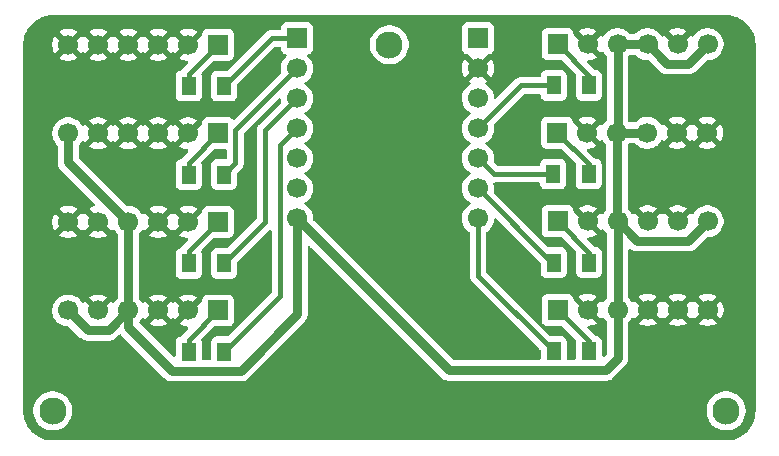
<source format=gbr>
%TF.GenerationSoftware,KiCad,Pcbnew,9.0.5*%
%TF.CreationDate,2025-10-12T20:06:32-04:00*%
%TF.ProjectId,switchboard-mk3,73776974-6368-4626-9f61-72642d6d6b33,rev?*%
%TF.SameCoordinates,Original*%
%TF.FileFunction,Copper,L2,Bot*%
%TF.FilePolarity,Positive*%
%FSLAX46Y46*%
G04 Gerber Fmt 4.6, Leading zero omitted, Abs format (unit mm)*
G04 Created by KiCad (PCBNEW 9.0.5) date 2025-10-12 20:06:32*
%MOMM*%
%LPD*%
G01*
G04 APERTURE LIST*
%TA.AperFunction,ComponentPad*%
%ADD10C,2.300000*%
%TD*%
%TA.AperFunction,ComponentPad*%
%ADD11C,1.700000*%
%TD*%
%TA.AperFunction,ComponentPad*%
%ADD12R,1.700000X1.700000*%
%TD*%
%TA.AperFunction,SMDPad,CuDef*%
%ADD13R,1.200000X1.600000*%
%TD*%
%TA.AperFunction,Conductor*%
%ADD14C,0.800000*%
%TD*%
%TA.AperFunction,Conductor*%
%ADD15C,0.400000*%
%TD*%
G04 APERTURE END LIST*
D10*
%TO.P,REF\u002A\u002A,*%
%TO.N,*%
X199500000Y-61000000D03*
%TD*%
%TO.P,REF\u002A\u002A,*%
%TO.N,*%
X228000000Y-92000000D03*
%TD*%
%TO.P,REF\u002A\u002A,*%
%TO.N,*%
X171000000Y-92000000D03*
%TD*%
D11*
%TO.P,J10,7,Pin_7*%
%TO.N,LED5*%
X207000000Y-75700000D03*
%TO.P,J10,6,Pin_6*%
%TO.N,LED6*%
X207000000Y-73160000D03*
%TO.P,J10,5,Pin_5*%
%TO.N,LED7*%
X207000000Y-70620000D03*
%TO.P,J10,4,Pin_4*%
%TO.N,LED8*%
X207000000Y-68080000D03*
%TO.P,J10,3,Pin_3*%
%TO.N,unconnected-(J10-Pin_3-Pad3)*%
X207000000Y-65540000D03*
%TO.P,J10,2,Pin_2*%
%TO.N,GND*%
X207000000Y-63000000D03*
D12*
%TO.P,J10,1,Pin_1*%
%TO.N,unconnected-(J10-Pin_1-Pad1)*%
X207000000Y-60460000D03*
%TD*%
D11*
%TO.P,J9,7,Pin_7*%
%TO.N,Pull up*%
X191675000Y-75700000D03*
%TO.P,J9,6,Pin_6*%
%TO.N,unconnected-(J9-Pin_6-Pad6)*%
X191675000Y-73160000D03*
%TO.P,J9,5,Pin_5*%
%TO.N,unconnected-(J9-Pin_5-Pad5)*%
X191675000Y-70620000D03*
%TO.P,J9,4,Pin_4*%
%TO.N,LED4*%
X191675000Y-68080000D03*
%TO.P,J9,3,Pin_3*%
%TO.N,LED3*%
X191675000Y-65540000D03*
%TO.P,J9,2,Pin_2*%
%TO.N,LED2*%
X191675000Y-63000000D03*
D12*
%TO.P,J9,1,Pin_1*%
%TO.N,LED1*%
X191675000Y-60460000D03*
%TD*%
%TO.P,J4,1,Pin_1*%
%TO.N,Net-(J4-Pin_1)*%
X213740000Y-75950000D03*
D11*
%TO.P,J4,2,Pin_2*%
%TO.N,GND*%
X216280000Y-75950000D03*
%TO.P,J4,3,Pin_3*%
%TO.N,Pull up*%
X218820000Y-75950000D03*
%TO.P,J4,4,Pin_4*%
%TO.N,GND*%
X221360000Y-75950000D03*
%TO.P,J4,5,Pin_5*%
X223900000Y-75950000D03*
%TO.P,J4,6,Pin_6*%
%TO.N,Pull up*%
X226440000Y-75950000D03*
%TD*%
D12*
%TO.P,J8,1,Pin_1*%
%TO.N,Net-(J8-Pin_1)*%
X213740000Y-60950000D03*
D11*
%TO.P,J8,2,Pin_2*%
%TO.N,GND*%
X216280000Y-60950000D03*
%TO.P,J8,3,Pin_3*%
%TO.N,Pull up*%
X218820000Y-60950000D03*
%TO.P,J8,4,Pin_4*%
X221360000Y-60950000D03*
%TO.P,J8,5,Pin_5*%
%TO.N,GND*%
X223900000Y-60950000D03*
%TO.P,J8,6,Pin_6*%
%TO.N,Pull up*%
X226440000Y-60950000D03*
%TD*%
D12*
%TO.P,J1,1,Pin_1*%
%TO.N,Net-(J1-Pin_1)*%
X185000000Y-68500000D03*
D11*
%TO.P,J1,2,Pin_2*%
%TO.N,GND*%
X182460000Y-68500000D03*
%TO.P,J1,3,Pin_3*%
X179920000Y-68500000D03*
%TO.P,J1,4,Pin_4*%
X177380000Y-68500000D03*
%TO.P,J1,5,Pin_5*%
X174840000Y-68500000D03*
%TO.P,J1,6,Pin_6*%
%TO.N,Pull up*%
X172300000Y-68500000D03*
%TD*%
D12*
%TO.P,J3,1,Pin_1*%
%TO.N,Net-(J3-Pin_1)*%
X185000000Y-61000000D03*
D11*
%TO.P,J3,2,Pin_2*%
%TO.N,GND*%
X182460000Y-61000000D03*
%TO.P,J3,3,Pin_3*%
X179920000Y-61000000D03*
%TO.P,J3,4,Pin_4*%
X177380000Y-61000000D03*
%TO.P,J3,5,Pin_5*%
X174840000Y-61000000D03*
%TO.P,J3,6,Pin_6*%
X172300000Y-61000000D03*
%TD*%
D12*
%TO.P,J5,1,Pin_1*%
%TO.N,Net-(J5-Pin_1)*%
X213740000Y-83450000D03*
D11*
%TO.P,J5,2,Pin_2*%
%TO.N,GND*%
X216280000Y-83450000D03*
%TO.P,J5,3,Pin_3*%
%TO.N,Pull up*%
X218820000Y-83450000D03*
%TO.P,J5,4,Pin_4*%
%TO.N,GND*%
X221360000Y-83450000D03*
%TO.P,J5,5,Pin_5*%
X223900000Y-83450000D03*
%TO.P,J5,6,Pin_6*%
X226440000Y-83450000D03*
%TD*%
D12*
%TO.P,J2,1,Pin_1*%
%TO.N,Net-(J2-Pin_1)*%
X185000000Y-76000000D03*
D11*
%TO.P,J2,2,Pin_2*%
%TO.N,GND*%
X182460000Y-76000000D03*
%TO.P,J2,3,Pin_3*%
X179920000Y-76000000D03*
%TO.P,J2,4,Pin_4*%
%TO.N,Pull up*%
X177380000Y-76000000D03*
%TO.P,J2,5,Pin_5*%
%TO.N,GND*%
X174840000Y-76000000D03*
%TO.P,J2,6,Pin_6*%
X172300000Y-76000000D03*
%TD*%
D12*
%TO.P,J6,1,Pin_1*%
%TO.N,Net-(J6-Pin_1)*%
X185000000Y-83500000D03*
D11*
%TO.P,J6,2,Pin_2*%
%TO.N,GND*%
X182460000Y-83500000D03*
%TO.P,J6,3,Pin_3*%
X179920000Y-83500000D03*
%TO.P,J6,4,Pin_4*%
%TO.N,Pull up*%
X177380000Y-83500000D03*
%TO.P,J6,5,Pin_5*%
%TO.N,GND*%
X174840000Y-83500000D03*
%TO.P,J6,6,Pin_6*%
%TO.N,Pull up*%
X172300000Y-83500000D03*
%TD*%
D12*
%TO.P,J7,1,Pin_1*%
%TO.N,Net-(J7-Pin_1)*%
X213700000Y-68450000D03*
D11*
%TO.P,J7,2,Pin_2*%
%TO.N,GND*%
X216240000Y-68450000D03*
%TO.P,J7,3,Pin_3*%
%TO.N,Pull up*%
X218780000Y-68450000D03*
%TO.P,J7,4,Pin_4*%
X221320000Y-68450000D03*
%TO.P,J7,5,Pin_5*%
%TO.N,GND*%
X223860000Y-68450000D03*
%TO.P,J7,6,Pin_6*%
X226400000Y-68450000D03*
%TD*%
D13*
%TO.P,R12,1*%
%TO.N,Net-(J8-Pin_1)*%
X216400000Y-64450000D03*
%TO.P,R12,2*%
%TO.N,LED8*%
X213400000Y-64450000D03*
%TD*%
%TO.P,R1,1*%
%TO.N,Net-(J6-Pin_1)*%
X182500000Y-87000000D03*
%TO.P,R1,2*%
%TO.N,LED4*%
X185500000Y-87000000D03*
%TD*%
%TO.P,R9,1*%
%TO.N,Net-(J5-Pin_1)*%
X216400000Y-86950000D03*
%TO.P,R9,2*%
%TO.N,LED5*%
X213400000Y-86950000D03*
%TD*%
%TO.P,R2,1*%
%TO.N,Net-(J2-Pin_1)*%
X182500000Y-79500000D03*
%TO.P,R2,2*%
%TO.N,LED3*%
X185500000Y-79500000D03*
%TD*%
%TO.P,R7,1*%
%TO.N,Net-(J1-Pin_1)*%
X182500000Y-72000000D03*
%TO.P,R7,2*%
%TO.N,LED2*%
X185500000Y-72000000D03*
%TD*%
%TO.P,R11,1*%
%TO.N,Net-(J7-Pin_1)*%
X216360000Y-71950000D03*
%TO.P,R11,2*%
%TO.N,LED7*%
X213360000Y-71950000D03*
%TD*%
%TO.P,R10,1*%
%TO.N,Net-(J4-Pin_1)*%
X216400000Y-79450000D03*
%TO.P,R10,2*%
%TO.N,LED6*%
X213400000Y-79450000D03*
%TD*%
%TO.P,R8,1*%
%TO.N,Net-(J3-Pin_1)*%
X182500000Y-64500000D03*
%TO.P,R8,2*%
%TO.N,LED1*%
X185500000Y-64500000D03*
%TD*%
D14*
%TO.N,Pull up*%
X191675000Y-75700000D02*
X191675000Y-83827000D01*
X191675000Y-83827000D02*
X186901000Y-88601000D01*
X186901000Y-88601000D02*
X181099000Y-88601000D01*
X181099000Y-88601000D02*
X177380000Y-84882000D01*
X177380000Y-84882000D02*
X177380000Y-83500000D01*
X191675000Y-75700000D02*
X204526000Y-88551000D01*
X204526000Y-88551000D02*
X217801000Y-88551000D01*
X217801000Y-88551000D02*
X218820000Y-87532000D01*
X218820000Y-87532000D02*
X218820000Y-83450000D01*
D15*
%TO.N,LED1*%
X191675000Y-60460000D02*
X189540000Y-60460000D01*
X189540000Y-60460000D02*
X185500000Y-64500000D01*
%TO.N,LED2*%
X191675000Y-63000000D02*
X186451000Y-68224000D01*
X186451000Y-68224000D02*
X186451000Y-71049000D01*
X186451000Y-71049000D02*
X185500000Y-72000000D01*
%TO.N,LED3*%
X191675000Y-65540000D02*
X189000000Y-68215000D01*
X189000000Y-68215000D02*
X189000000Y-76000000D01*
X189000000Y-76000000D02*
X185500000Y-79500000D01*
%TO.N,LED4*%
X191675000Y-68080000D02*
X190224000Y-69531000D01*
X190224000Y-69531000D02*
X190224000Y-82276000D01*
X190224000Y-82276000D02*
X185500000Y-87000000D01*
%TO.N,LED5*%
X207000000Y-75700000D02*
X207000000Y-80550000D01*
X207000000Y-80550000D02*
X213400000Y-86950000D01*
%TO.N,LED6*%
X207000000Y-73160000D02*
X213290000Y-79450000D01*
X213290000Y-79450000D02*
X213400000Y-79450000D01*
%TO.N,LED7*%
X207000000Y-70620000D02*
X208330000Y-71950000D01*
X208330000Y-71950000D02*
X213360000Y-71950000D01*
%TO.N,LED8*%
X207000000Y-68080000D02*
X210630000Y-64450000D01*
X210630000Y-64450000D02*
X213400000Y-64450000D01*
D14*
%TO.N,Pull up*%
X223011000Y-62601000D02*
X224789000Y-62601000D01*
X218820000Y-68410000D02*
X218780000Y-68450000D01*
X220471000Y-77601000D02*
X224789000Y-77601000D01*
X224789000Y-77601000D02*
X226440000Y-75950000D01*
X218780000Y-75910000D02*
X218820000Y-75950000D01*
X218780000Y-68450000D02*
X221320000Y-68450000D01*
X218820000Y-75950000D02*
X220471000Y-77601000D01*
X221360000Y-60950000D02*
X223011000Y-62601000D01*
X218820000Y-60950000D02*
X218820000Y-68410000D01*
X218780000Y-68450000D02*
X218780000Y-75910000D01*
X218820000Y-83450000D02*
X218820000Y-75950000D01*
X224789000Y-62601000D02*
X226440000Y-60950000D01*
D15*
%TO.N,Net-(J5-Pin_1)*%
X216400000Y-86950000D02*
X216400000Y-86110000D01*
X216400000Y-86110000D02*
X213740000Y-83450000D01*
%TO.N,Net-(J4-Pin_1)*%
X216400000Y-79450000D02*
X216400000Y-78610000D01*
X216400000Y-78610000D02*
X213740000Y-75950000D01*
%TO.N,Net-(J7-Pin_1)*%
X216360000Y-71110000D02*
X213700000Y-68450000D01*
X216360000Y-71950000D02*
X216360000Y-71110000D01*
%TO.N,Net-(J8-Pin_1)*%
X216400000Y-63610000D02*
X213740000Y-60950000D01*
X216400000Y-64450000D02*
X216400000Y-63610000D01*
D14*
%TO.N,Pull up*%
X218820000Y-60950000D02*
X221360000Y-60950000D01*
D15*
%TO.N,Net-(J6-Pin_1)*%
X182500000Y-86000000D02*
X185000000Y-83500000D01*
X182500000Y-87000000D02*
X182500000Y-86000000D01*
%TO.N,Net-(J2-Pin_1)*%
X182500000Y-78500000D02*
X185000000Y-76000000D01*
X182500000Y-79500000D02*
X182500000Y-78500000D01*
%TO.N,Net-(J1-Pin_1)*%
X182500000Y-71000000D02*
X185000000Y-68500000D01*
X182500000Y-72000000D02*
X182500000Y-71000000D01*
%TO.N,Net-(J3-Pin_1)*%
X182500000Y-64500000D02*
X182500000Y-63500000D01*
X182500000Y-63500000D02*
X185000000Y-61000000D01*
D14*
%TO.N,Pull up*%
X175729000Y-85151000D02*
X177380000Y-83500000D01*
X173951000Y-85151000D02*
X175729000Y-85151000D01*
X177380000Y-76000000D02*
X172300000Y-70920000D01*
X172300000Y-83500000D02*
X173951000Y-85151000D01*
X172300000Y-70920000D02*
X172300000Y-68500000D01*
X177380000Y-83500000D02*
X177380000Y-76000000D01*
%TD*%
%TA.AperFunction,Conductor*%
%TO.N,GND*%
G36*
X190243834Y-65524336D02*
G01*
X190299767Y-65566208D01*
X190323219Y-65622743D01*
X190324500Y-65631586D01*
X190324500Y-65646287D01*
X190349404Y-65803528D01*
X190349530Y-65804393D01*
X190344704Y-65838206D01*
X190340329Y-65872064D01*
X190339752Y-65872907D01*
X190339659Y-65873562D01*
X190337965Y-65875520D01*
X190314492Y-65909849D01*
X188455890Y-67768451D01*
X188455884Y-67768458D01*
X188410780Y-67835963D01*
X188410780Y-67835964D01*
X188379223Y-67883191D01*
X188379222Y-67883193D01*
X188326421Y-68010667D01*
X188326418Y-68010677D01*
X188299500Y-68146004D01*
X188299500Y-75658480D01*
X188279815Y-75725519D01*
X188263181Y-75746161D01*
X185846160Y-78163181D01*
X185784837Y-78196666D01*
X185758479Y-78199500D01*
X184852129Y-78199500D01*
X184852123Y-78199501D01*
X184792516Y-78205908D01*
X184657671Y-78256202D01*
X184657664Y-78256206D01*
X184542455Y-78342452D01*
X184542452Y-78342455D01*
X184456206Y-78457664D01*
X184456202Y-78457671D01*
X184405908Y-78592517D01*
X184399501Y-78652116D01*
X184399501Y-78652123D01*
X184399500Y-78652135D01*
X184399500Y-80347870D01*
X184399501Y-80347876D01*
X184405908Y-80407483D01*
X184456202Y-80542328D01*
X184456206Y-80542335D01*
X184542452Y-80657544D01*
X184542455Y-80657547D01*
X184657664Y-80743793D01*
X184657671Y-80743797D01*
X184792517Y-80794091D01*
X184792516Y-80794091D01*
X184799444Y-80794835D01*
X184852127Y-80800500D01*
X186147872Y-80800499D01*
X186207483Y-80794091D01*
X186342331Y-80743796D01*
X186457546Y-80657546D01*
X186543796Y-80542331D01*
X186594091Y-80407483D01*
X186600500Y-80347873D01*
X186600499Y-79441517D01*
X186620183Y-79374479D01*
X186636813Y-79353842D01*
X189311819Y-76678837D01*
X189373142Y-76645352D01*
X189442834Y-76650336D01*
X189498767Y-76692208D01*
X189523184Y-76757672D01*
X189523500Y-76766518D01*
X189523500Y-81934480D01*
X189503815Y-82001519D01*
X189487181Y-82022161D01*
X185846160Y-85663181D01*
X185784837Y-85696666D01*
X185758479Y-85699500D01*
X184852129Y-85699500D01*
X184852123Y-85699501D01*
X184792516Y-85705908D01*
X184657671Y-85756202D01*
X184657664Y-85756206D01*
X184542455Y-85842452D01*
X184542452Y-85842455D01*
X184456206Y-85957664D01*
X184456204Y-85957669D01*
X184405908Y-86092517D01*
X184399501Y-86152116D01*
X184399500Y-86152127D01*
X184399500Y-86891519D01*
X184399501Y-87576500D01*
X184379816Y-87643539D01*
X184327013Y-87689294D01*
X184275501Y-87700500D01*
X183724500Y-87700500D01*
X183657461Y-87680815D01*
X183611706Y-87628011D01*
X183600500Y-87576500D01*
X183600499Y-86152129D01*
X183600498Y-86152123D01*
X183600497Y-86152116D01*
X183594091Y-86092517D01*
X183594091Y-86092516D01*
X183568708Y-86024460D01*
X183563724Y-85954768D01*
X183597207Y-85893448D01*
X184603838Y-84886818D01*
X184665161Y-84853333D01*
X184691519Y-84850499D01*
X185897871Y-84850499D01*
X185897872Y-84850499D01*
X185957483Y-84844091D01*
X186092331Y-84793796D01*
X186207546Y-84707546D01*
X186293796Y-84592331D01*
X186344091Y-84457483D01*
X186350500Y-84397873D01*
X186350499Y-82602128D01*
X186344091Y-82542517D01*
X186328231Y-82499995D01*
X186293797Y-82407671D01*
X186293793Y-82407664D01*
X186207547Y-82292455D01*
X186207544Y-82292452D01*
X186092335Y-82206206D01*
X186092328Y-82206202D01*
X185957482Y-82155908D01*
X185957483Y-82155908D01*
X185897883Y-82149501D01*
X185897881Y-82149500D01*
X185897873Y-82149500D01*
X185897864Y-82149500D01*
X184102129Y-82149500D01*
X184102123Y-82149501D01*
X184042516Y-82155908D01*
X183907671Y-82206202D01*
X183907664Y-82206206D01*
X183792455Y-82292452D01*
X183792452Y-82292455D01*
X183706206Y-82407664D01*
X183706202Y-82407671D01*
X183655908Y-82542517D01*
X183652931Y-82570213D01*
X183649501Y-82602123D01*
X183649500Y-82602135D01*
X183649500Y-82612690D01*
X183629815Y-82679729D01*
X183613181Y-82700371D01*
X182942962Y-83370590D01*
X182925925Y-83307007D01*
X182860099Y-83192993D01*
X182767007Y-83099901D01*
X182652993Y-83034075D01*
X182589409Y-83017037D01*
X183221716Y-82384728D01*
X183167550Y-82345375D01*
X182978217Y-82248904D01*
X182776129Y-82183242D01*
X182566246Y-82150000D01*
X182353754Y-82150000D01*
X182143872Y-82183242D01*
X182143869Y-82183242D01*
X181941782Y-82248904D01*
X181752439Y-82345380D01*
X181698282Y-82384727D01*
X181698282Y-82384728D01*
X182330591Y-83017037D01*
X182267007Y-83034075D01*
X182152993Y-83099901D01*
X182059901Y-83192993D01*
X181994075Y-83307007D01*
X181977037Y-83370591D01*
X181344728Y-82738282D01*
X181344727Y-82738282D01*
X181305380Y-82792440D01*
X181300483Y-82802051D01*
X181252506Y-82852845D01*
X181184684Y-82869638D01*
X181118550Y-82847098D01*
X181079516Y-82802048D01*
X181074626Y-82792452D01*
X181035270Y-82738282D01*
X181035269Y-82738282D01*
X180402962Y-83370590D01*
X180385925Y-83307007D01*
X180320099Y-83192993D01*
X180227007Y-83099901D01*
X180112993Y-83034075D01*
X180049409Y-83017037D01*
X180681716Y-82384728D01*
X180627550Y-82345375D01*
X180438217Y-82248904D01*
X180236129Y-82183242D01*
X180026246Y-82150000D01*
X179813754Y-82150000D01*
X179603872Y-82183242D01*
X179603869Y-82183242D01*
X179401782Y-82248904D01*
X179212439Y-82345380D01*
X179158282Y-82384727D01*
X179158282Y-82384728D01*
X179790591Y-83017037D01*
X179727007Y-83034075D01*
X179612993Y-83099901D01*
X179519901Y-83192993D01*
X179454075Y-83307007D01*
X179437037Y-83370591D01*
X178804728Y-82738282D01*
X178804727Y-82738282D01*
X178765380Y-82792440D01*
X178765376Y-82792446D01*
X178760760Y-82801505D01*
X178712781Y-82852297D01*
X178644959Y-82869087D01*
X178578826Y-82846543D01*
X178539794Y-82801493D01*
X178535051Y-82792184D01*
X178535049Y-82792181D01*
X178535048Y-82792179D01*
X178410109Y-82620213D01*
X178316819Y-82526923D01*
X178302115Y-82499995D01*
X178285523Y-82474177D01*
X178284631Y-82467976D01*
X178283334Y-82465600D01*
X178280500Y-82439242D01*
X178280500Y-77060758D01*
X178300185Y-76993719D01*
X178316819Y-76973077D01*
X178332414Y-76957482D01*
X178410104Y-76879792D01*
X178410106Y-76879788D01*
X178410109Y-76879786D01*
X178495890Y-76761717D01*
X178535051Y-76707816D01*
X178539793Y-76698508D01*
X178587763Y-76647711D01*
X178655583Y-76630911D01*
X178721719Y-76653445D01*
X178760763Y-76698500D01*
X178765373Y-76707547D01*
X178804728Y-76761716D01*
X179437037Y-76129408D01*
X179454075Y-76192993D01*
X179519901Y-76307007D01*
X179612993Y-76400099D01*
X179727007Y-76465925D01*
X179790590Y-76482962D01*
X179158282Y-77115269D01*
X179158282Y-77115270D01*
X179212449Y-77154624D01*
X179401782Y-77251095D01*
X179603870Y-77316757D01*
X179813754Y-77350000D01*
X180026246Y-77350000D01*
X180236127Y-77316757D01*
X180236130Y-77316757D01*
X180438217Y-77251095D01*
X180627554Y-77154622D01*
X180681716Y-77115270D01*
X180681717Y-77115270D01*
X180049408Y-76482962D01*
X180112993Y-76465925D01*
X180227007Y-76400099D01*
X180320099Y-76307007D01*
X180385925Y-76192993D01*
X180402962Y-76129408D01*
X181035270Y-76761717D01*
X181035270Y-76761716D01*
X181074622Y-76707554D01*
X181079514Y-76697954D01*
X181127488Y-76647157D01*
X181195308Y-76630361D01*
X181261444Y-76652897D01*
X181300486Y-76697954D01*
X181305375Y-76707550D01*
X181344728Y-76761716D01*
X181977037Y-76129408D01*
X181994075Y-76192993D01*
X182059901Y-76307007D01*
X182152993Y-76400099D01*
X182267007Y-76465925D01*
X182330590Y-76482962D01*
X181698282Y-77115269D01*
X181698282Y-77115270D01*
X181752449Y-77154624D01*
X181941782Y-77251095D01*
X182143870Y-77316757D01*
X182353754Y-77350000D01*
X182359979Y-77350000D01*
X182427018Y-77369685D01*
X182472773Y-77422489D01*
X182482717Y-77491647D01*
X182453692Y-77555203D01*
X182447660Y-77561681D01*
X181955887Y-78053454D01*
X181891712Y-78149501D01*
X181891711Y-78149503D01*
X181890988Y-78150585D01*
X181837375Y-78195389D01*
X181801140Y-78204982D01*
X181792516Y-78205908D01*
X181657671Y-78256202D01*
X181657664Y-78256206D01*
X181542455Y-78342452D01*
X181542452Y-78342455D01*
X181456206Y-78457664D01*
X181456202Y-78457671D01*
X181405908Y-78592517D01*
X181399501Y-78652116D01*
X181399501Y-78652123D01*
X181399500Y-78652135D01*
X181399500Y-80347870D01*
X181399501Y-80347876D01*
X181405908Y-80407483D01*
X181456202Y-80542328D01*
X181456206Y-80542335D01*
X181542452Y-80657544D01*
X181542455Y-80657547D01*
X181657664Y-80743793D01*
X181657671Y-80743797D01*
X181792517Y-80794091D01*
X181792516Y-80794091D01*
X181799444Y-80794835D01*
X181852127Y-80800500D01*
X183147872Y-80800499D01*
X183207483Y-80794091D01*
X183342331Y-80743796D01*
X183457546Y-80657546D01*
X183543796Y-80542331D01*
X183594091Y-80407483D01*
X183600500Y-80347873D01*
X183600499Y-78652128D01*
X183594091Y-78592517D01*
X183594091Y-78592516D01*
X183568708Y-78524460D01*
X183563724Y-78454768D01*
X183597207Y-78393448D01*
X184603838Y-77386818D01*
X184665161Y-77353333D01*
X184691519Y-77350499D01*
X185897871Y-77350499D01*
X185897872Y-77350499D01*
X185957483Y-77344091D01*
X186092331Y-77293796D01*
X186207546Y-77207546D01*
X186293796Y-77092331D01*
X186344091Y-76957483D01*
X186350500Y-76897873D01*
X186350499Y-75102128D01*
X186344091Y-75042517D01*
X186325442Y-74992517D01*
X186293797Y-74907671D01*
X186293793Y-74907664D01*
X186207547Y-74792455D01*
X186207544Y-74792452D01*
X186092335Y-74706206D01*
X186092328Y-74706202D01*
X185957482Y-74655908D01*
X185957483Y-74655908D01*
X185897883Y-74649501D01*
X185897881Y-74649500D01*
X185897873Y-74649500D01*
X185897864Y-74649500D01*
X184102129Y-74649500D01*
X184102123Y-74649501D01*
X184042516Y-74655908D01*
X183907671Y-74706202D01*
X183907664Y-74706206D01*
X183792455Y-74792452D01*
X183792452Y-74792455D01*
X183706206Y-74907664D01*
X183706202Y-74907671D01*
X183655908Y-75042517D01*
X183650907Y-75089036D01*
X183649501Y-75102123D01*
X183649500Y-75102135D01*
X183649500Y-75112690D01*
X183629815Y-75179729D01*
X183613181Y-75200371D01*
X182942962Y-75870590D01*
X182925925Y-75807007D01*
X182860099Y-75692993D01*
X182767007Y-75599901D01*
X182652993Y-75534075D01*
X182589409Y-75517037D01*
X183221716Y-74884728D01*
X183167550Y-74845375D01*
X182978217Y-74748904D01*
X182776129Y-74683242D01*
X182566246Y-74650000D01*
X182353754Y-74650000D01*
X182143872Y-74683242D01*
X182143869Y-74683242D01*
X181941782Y-74748904D01*
X181752439Y-74845380D01*
X181698282Y-74884727D01*
X181698282Y-74884728D01*
X182330591Y-75517037D01*
X182267007Y-75534075D01*
X182152993Y-75599901D01*
X182059901Y-75692993D01*
X181994075Y-75807007D01*
X181977037Y-75870591D01*
X181344728Y-75238282D01*
X181344727Y-75238282D01*
X181305380Y-75292440D01*
X181300483Y-75302051D01*
X181252506Y-75352845D01*
X181184684Y-75369638D01*
X181118550Y-75347098D01*
X181079516Y-75302048D01*
X181074626Y-75292452D01*
X181035270Y-75238282D01*
X181035269Y-75238282D01*
X180402962Y-75870590D01*
X180385925Y-75807007D01*
X180320099Y-75692993D01*
X180227007Y-75599901D01*
X180112993Y-75534075D01*
X180049409Y-75517037D01*
X180681716Y-74884728D01*
X180627550Y-74845375D01*
X180438217Y-74748904D01*
X180236129Y-74683242D01*
X180026246Y-74650000D01*
X179813754Y-74650000D01*
X179603872Y-74683242D01*
X179603869Y-74683242D01*
X179401782Y-74748904D01*
X179212439Y-74845380D01*
X179158282Y-74884727D01*
X179158282Y-74884728D01*
X179790591Y-75517037D01*
X179727007Y-75534075D01*
X179612993Y-75599901D01*
X179519901Y-75692993D01*
X179454075Y-75807007D01*
X179437037Y-75870591D01*
X178804728Y-75238282D01*
X178804727Y-75238282D01*
X178765380Y-75292440D01*
X178765376Y-75292446D01*
X178760760Y-75301505D01*
X178712781Y-75352297D01*
X178644959Y-75369087D01*
X178578826Y-75346543D01*
X178539794Y-75301493D01*
X178535051Y-75292184D01*
X178535049Y-75292181D01*
X178535048Y-75292179D01*
X178410109Y-75120213D01*
X178259786Y-74969890D01*
X178087820Y-74844951D01*
X177898414Y-74748444D01*
X177898413Y-74748443D01*
X177898412Y-74748443D01*
X177696243Y-74682754D01*
X177696241Y-74682753D01*
X177696240Y-74682753D01*
X177528601Y-74656202D01*
X177486287Y-74649500D01*
X177486286Y-74649500D01*
X177354362Y-74649500D01*
X177287323Y-74629815D01*
X177266681Y-74613181D01*
X173236819Y-70583319D01*
X173203334Y-70521996D01*
X173200500Y-70495638D01*
X173200500Y-69560758D01*
X173220185Y-69493719D01*
X173236819Y-69473077D01*
X173279566Y-69430330D01*
X173330104Y-69379792D01*
X173330106Y-69379788D01*
X173330109Y-69379786D01*
X173415890Y-69261717D01*
X173455051Y-69207816D01*
X173459793Y-69198508D01*
X173507763Y-69147711D01*
X173575583Y-69130911D01*
X173641719Y-69153445D01*
X173680763Y-69198500D01*
X173685373Y-69207547D01*
X173724728Y-69261716D01*
X174357037Y-68629408D01*
X174374075Y-68692993D01*
X174439901Y-68807007D01*
X174532993Y-68900099D01*
X174647007Y-68965925D01*
X174710590Y-68982962D01*
X174078282Y-69615269D01*
X174078282Y-69615270D01*
X174132449Y-69654624D01*
X174321782Y-69751095D01*
X174523870Y-69816757D01*
X174733754Y-69850000D01*
X174946246Y-69850000D01*
X175156127Y-69816757D01*
X175156130Y-69816757D01*
X175358217Y-69751095D01*
X175547554Y-69654622D01*
X175601716Y-69615270D01*
X175601717Y-69615270D01*
X174969408Y-68982962D01*
X175032993Y-68965925D01*
X175147007Y-68900099D01*
X175240099Y-68807007D01*
X175305925Y-68692993D01*
X175322962Y-68629409D01*
X175955270Y-69261717D01*
X175955270Y-69261716D01*
X175994622Y-69207554D01*
X175999514Y-69197954D01*
X176047488Y-69147157D01*
X176115308Y-69130361D01*
X176181444Y-69152897D01*
X176220486Y-69197954D01*
X176225375Y-69207550D01*
X176264728Y-69261716D01*
X176897037Y-68629408D01*
X176914075Y-68692993D01*
X176979901Y-68807007D01*
X177072993Y-68900099D01*
X177187007Y-68965925D01*
X177250590Y-68982962D01*
X176618282Y-69615269D01*
X176618282Y-69615270D01*
X176672449Y-69654624D01*
X176861782Y-69751095D01*
X177063870Y-69816757D01*
X177273754Y-69850000D01*
X177486246Y-69850000D01*
X177696127Y-69816757D01*
X177696130Y-69816757D01*
X177898217Y-69751095D01*
X178087554Y-69654622D01*
X178141716Y-69615270D01*
X178141717Y-69615270D01*
X177509408Y-68982962D01*
X177572993Y-68965925D01*
X177687007Y-68900099D01*
X177780099Y-68807007D01*
X177845925Y-68692993D01*
X177862962Y-68629408D01*
X178495270Y-69261717D01*
X178495270Y-69261716D01*
X178534622Y-69207554D01*
X178539514Y-69197954D01*
X178587488Y-69147157D01*
X178655308Y-69130361D01*
X178721444Y-69152897D01*
X178760486Y-69197954D01*
X178765375Y-69207550D01*
X178804728Y-69261716D01*
X179437037Y-68629408D01*
X179454075Y-68692993D01*
X179519901Y-68807007D01*
X179612993Y-68900099D01*
X179727007Y-68965925D01*
X179790590Y-68982962D01*
X179158282Y-69615269D01*
X179158282Y-69615270D01*
X179212449Y-69654624D01*
X179401782Y-69751095D01*
X179603870Y-69816757D01*
X179813754Y-69850000D01*
X180026246Y-69850000D01*
X180236127Y-69816757D01*
X180236130Y-69816757D01*
X180438217Y-69751095D01*
X180627554Y-69654622D01*
X180681716Y-69615270D01*
X180681717Y-69615270D01*
X180049408Y-68982962D01*
X180112993Y-68965925D01*
X180227007Y-68900099D01*
X180320099Y-68807007D01*
X180385925Y-68692993D01*
X180402962Y-68629408D01*
X181035270Y-69261717D01*
X181035270Y-69261716D01*
X181074622Y-69207554D01*
X181079514Y-69197954D01*
X181127488Y-69147157D01*
X181195308Y-69130361D01*
X181261444Y-69152897D01*
X181300486Y-69197954D01*
X181305375Y-69207550D01*
X181344728Y-69261716D01*
X181977037Y-68629408D01*
X181994075Y-68692993D01*
X182059901Y-68807007D01*
X182152993Y-68900099D01*
X182267007Y-68965925D01*
X182330590Y-68982962D01*
X181698282Y-69615269D01*
X181698282Y-69615270D01*
X181752449Y-69654624D01*
X181941782Y-69751095D01*
X182143870Y-69816757D01*
X182353754Y-69850000D01*
X182359979Y-69850000D01*
X182427018Y-69869685D01*
X182472773Y-69922489D01*
X182482717Y-69991647D01*
X182453692Y-70055203D01*
X182447660Y-70061681D01*
X181955887Y-70553454D01*
X181890990Y-70650582D01*
X181837378Y-70695388D01*
X181801140Y-70704982D01*
X181792516Y-70705908D01*
X181657671Y-70756202D01*
X181657664Y-70756206D01*
X181542455Y-70842452D01*
X181542452Y-70842455D01*
X181456206Y-70957664D01*
X181456202Y-70957671D01*
X181405908Y-71092517D01*
X181400974Y-71138414D01*
X181399501Y-71152123D01*
X181399500Y-71152135D01*
X181399500Y-72847870D01*
X181399501Y-72847876D01*
X181405908Y-72907483D01*
X181456202Y-73042328D01*
X181456206Y-73042335D01*
X181542452Y-73157544D01*
X181542455Y-73157547D01*
X181657664Y-73243793D01*
X181657671Y-73243797D01*
X181792517Y-73294091D01*
X181792516Y-73294091D01*
X181799444Y-73294835D01*
X181852127Y-73300500D01*
X183147872Y-73300499D01*
X183207483Y-73294091D01*
X183342331Y-73243796D01*
X183457546Y-73157546D01*
X183543796Y-73042331D01*
X183594091Y-72907483D01*
X183600500Y-72847873D01*
X183600499Y-71152128D01*
X183594091Y-71092517D01*
X183594091Y-71092516D01*
X183568708Y-71024460D01*
X183563724Y-70954768D01*
X183597207Y-70893448D01*
X184603838Y-69886818D01*
X184665161Y-69853333D01*
X184691519Y-69850499D01*
X185626500Y-69850499D01*
X185693539Y-69870184D01*
X185739294Y-69922988D01*
X185750500Y-69974499D01*
X185750500Y-70575500D01*
X185730815Y-70642539D01*
X185678011Y-70688294D01*
X185626500Y-70699500D01*
X184852129Y-70699500D01*
X184852123Y-70699501D01*
X184792516Y-70705908D01*
X184657671Y-70756202D01*
X184657664Y-70756206D01*
X184542455Y-70842452D01*
X184542452Y-70842455D01*
X184456206Y-70957664D01*
X184456202Y-70957671D01*
X184405908Y-71092517D01*
X184400974Y-71138414D01*
X184399501Y-71152123D01*
X184399500Y-71152135D01*
X184399500Y-72847870D01*
X184399501Y-72847876D01*
X184405908Y-72907483D01*
X184456202Y-73042328D01*
X184456206Y-73042335D01*
X184542452Y-73157544D01*
X184542455Y-73157547D01*
X184657664Y-73243793D01*
X184657671Y-73243797D01*
X184792517Y-73294091D01*
X184792516Y-73294091D01*
X184799444Y-73294835D01*
X184852127Y-73300500D01*
X186147872Y-73300499D01*
X186207483Y-73294091D01*
X186342331Y-73243796D01*
X186457546Y-73157546D01*
X186543796Y-73042331D01*
X186594091Y-72907483D01*
X186600500Y-72847873D01*
X186600499Y-71941518D01*
X186620183Y-71874480D01*
X186636818Y-71853838D01*
X186995111Y-71495546D01*
X186995112Y-71495545D01*
X186995112Y-71495544D01*
X186995114Y-71495543D01*
X187071775Y-71380811D01*
X187124580Y-71253328D01*
X187144710Y-71152128D01*
X187151500Y-71117996D01*
X187151500Y-68565518D01*
X187171185Y-68498479D01*
X187187814Y-68477842D01*
X190112819Y-65552836D01*
X190174142Y-65519352D01*
X190243834Y-65524336D01*
G37*
%TD.AperFunction*%
%TA.AperFunction,Conductor*%
G36*
X181994075Y-83692993D02*
G01*
X182059901Y-83807007D01*
X182152993Y-83900099D01*
X182267007Y-83965925D01*
X182330590Y-83982962D01*
X181698282Y-84615269D01*
X181698282Y-84615270D01*
X181752449Y-84654624D01*
X181941782Y-84751095D01*
X182143870Y-84816757D01*
X182353754Y-84850000D01*
X182359979Y-84850000D01*
X182427018Y-84869685D01*
X182472773Y-84922489D01*
X182482717Y-84991647D01*
X182453692Y-85055203D01*
X182447660Y-85061681D01*
X181955887Y-85553454D01*
X181891712Y-85649501D01*
X181891711Y-85649503D01*
X181890988Y-85650585D01*
X181837375Y-85695389D01*
X181801140Y-85704982D01*
X181792516Y-85705908D01*
X181657671Y-85756202D01*
X181657664Y-85756206D01*
X181542455Y-85842452D01*
X181542452Y-85842455D01*
X181456206Y-85957664D01*
X181456204Y-85957669D01*
X181405908Y-86092517D01*
X181399501Y-86152116D01*
X181399501Y-86152123D01*
X181399500Y-86152135D01*
X181399500Y-87328639D01*
X181379815Y-87395678D01*
X181327011Y-87441433D01*
X181257853Y-87451377D01*
X181194297Y-87422352D01*
X181187819Y-87416320D01*
X178368378Y-84596879D01*
X178334893Y-84535556D01*
X178339877Y-84465864D01*
X178368377Y-84421517D01*
X178410104Y-84379792D01*
X178410106Y-84379788D01*
X178410109Y-84379786D01*
X178495890Y-84261717D01*
X178535051Y-84207816D01*
X178539793Y-84198508D01*
X178587763Y-84147711D01*
X178655583Y-84130911D01*
X178721719Y-84153445D01*
X178760763Y-84198500D01*
X178765373Y-84207547D01*
X178804728Y-84261716D01*
X179437037Y-83629408D01*
X179454075Y-83692993D01*
X179519901Y-83807007D01*
X179612993Y-83900099D01*
X179727007Y-83965925D01*
X179790590Y-83982962D01*
X179158282Y-84615269D01*
X179158282Y-84615270D01*
X179212449Y-84654624D01*
X179401782Y-84751095D01*
X179603870Y-84816757D01*
X179813754Y-84850000D01*
X180026246Y-84850000D01*
X180236127Y-84816757D01*
X180236130Y-84816757D01*
X180438217Y-84751095D01*
X180627554Y-84654622D01*
X180681716Y-84615270D01*
X180681717Y-84615270D01*
X180049408Y-83982962D01*
X180112993Y-83965925D01*
X180227007Y-83900099D01*
X180320099Y-83807007D01*
X180385925Y-83692993D01*
X180402962Y-83629408D01*
X181035270Y-84261717D01*
X181035270Y-84261716D01*
X181074622Y-84207554D01*
X181079514Y-84197954D01*
X181127488Y-84147157D01*
X181195308Y-84130361D01*
X181261444Y-84152897D01*
X181300486Y-84197954D01*
X181305375Y-84207550D01*
X181344728Y-84261716D01*
X181977037Y-83629408D01*
X181994075Y-83692993D01*
G37*
%TD.AperFunction*%
%TA.AperFunction,Conductor*%
G36*
X217395270Y-84211717D02*
G01*
X217395270Y-84211716D01*
X217434622Y-84157555D01*
X217439232Y-84148507D01*
X217487205Y-84097709D01*
X217555025Y-84080912D01*
X217621161Y-84103447D01*
X217660204Y-84148504D01*
X217664949Y-84157817D01*
X217789890Y-84329786D01*
X217883181Y-84423077D01*
X217916666Y-84484400D01*
X217919500Y-84510758D01*
X217919500Y-87107637D01*
X217910855Y-87137077D01*
X217904332Y-87167064D01*
X217900577Y-87172079D01*
X217899815Y-87174676D01*
X217883181Y-87195318D01*
X217712180Y-87366319D01*
X217650857Y-87399804D01*
X217581165Y-87394820D01*
X217525232Y-87352948D01*
X217500815Y-87287484D01*
X217500499Y-87278638D01*
X217500499Y-86102129D01*
X217500498Y-86102123D01*
X217500497Y-86102116D01*
X217494091Y-86042517D01*
X217489209Y-86029429D01*
X217443797Y-85907671D01*
X217443793Y-85907664D01*
X217357547Y-85792455D01*
X217357544Y-85792452D01*
X217242335Y-85706206D01*
X217242328Y-85706202D01*
X217107482Y-85655908D01*
X217107483Y-85655908D01*
X217047883Y-85649501D01*
X217047881Y-85649500D01*
X217047873Y-85649500D01*
X217047865Y-85649500D01*
X216981519Y-85649500D01*
X216914480Y-85629815D01*
X216893838Y-85613181D01*
X216292338Y-85011681D01*
X216258853Y-84950358D01*
X216263837Y-84880666D01*
X216305709Y-84824733D01*
X216371173Y-84800316D01*
X216380019Y-84800000D01*
X216386246Y-84800000D01*
X216596127Y-84766757D01*
X216596130Y-84766757D01*
X216798217Y-84701095D01*
X216987554Y-84604622D01*
X217041716Y-84565270D01*
X217041717Y-84565270D01*
X216409408Y-83932962D01*
X216472993Y-83915925D01*
X216587007Y-83850099D01*
X216680099Y-83757007D01*
X216745925Y-83642993D01*
X216762962Y-83579409D01*
X217395270Y-84211717D01*
G37*
%TD.AperFunction*%
%TA.AperFunction,Conductor*%
G36*
X228003736Y-58500726D02*
G01*
X228293796Y-58518271D01*
X228308659Y-58520076D01*
X228590798Y-58571780D01*
X228605335Y-58575363D01*
X228879172Y-58660695D01*
X228893163Y-58666000D01*
X229154743Y-58783727D01*
X229167989Y-58790680D01*
X229413465Y-58939075D01*
X229425776Y-58947573D01*
X229640642Y-59115909D01*
X229651573Y-59124473D01*
X229662781Y-59134403D01*
X229865596Y-59337218D01*
X229875526Y-59348426D01*
X229908207Y-59390140D01*
X230042951Y-59562129D01*
X230052422Y-59574217D01*
X230060926Y-59586537D01*
X230181760Y-59786421D01*
X230209316Y-59832004D01*
X230216275Y-59845263D01*
X230333997Y-60106831D01*
X230339306Y-60120832D01*
X230424635Y-60394663D01*
X230428219Y-60409201D01*
X230479923Y-60691340D01*
X230481728Y-60706205D01*
X230499274Y-60996263D01*
X230499500Y-61003750D01*
X230499500Y-91996249D01*
X230499274Y-92003736D01*
X230481728Y-92293794D01*
X230479923Y-92308659D01*
X230428219Y-92590798D01*
X230424635Y-92605336D01*
X230339306Y-92879167D01*
X230333997Y-92893168D01*
X230216275Y-93154736D01*
X230209316Y-93167995D01*
X230060928Y-93413459D01*
X230052422Y-93425782D01*
X229875526Y-93651573D01*
X229865596Y-93662781D01*
X229662781Y-93865596D01*
X229651573Y-93875526D01*
X229425782Y-94052422D01*
X229413459Y-94060928D01*
X229167995Y-94209316D01*
X229154736Y-94216275D01*
X228893168Y-94333997D01*
X228879167Y-94339306D01*
X228605336Y-94424635D01*
X228590798Y-94428219D01*
X228308659Y-94479923D01*
X228293794Y-94481728D01*
X228003736Y-94499274D01*
X227996249Y-94499500D01*
X171003751Y-94499500D01*
X170996264Y-94499274D01*
X170706205Y-94481728D01*
X170691340Y-94479923D01*
X170409201Y-94428219D01*
X170394663Y-94424635D01*
X170120832Y-94339306D01*
X170106831Y-94333997D01*
X169845263Y-94216275D01*
X169832004Y-94209316D01*
X169586540Y-94060928D01*
X169574217Y-94052422D01*
X169348426Y-93875526D01*
X169337218Y-93865596D01*
X169134403Y-93662781D01*
X169124473Y-93651573D01*
X169028897Y-93529579D01*
X168947573Y-93425776D01*
X168939075Y-93413465D01*
X168790680Y-93167989D01*
X168783727Y-93154743D01*
X168666000Y-92893163D01*
X168660693Y-92879167D01*
X168656295Y-92865054D01*
X168575363Y-92605335D01*
X168571780Y-92590798D01*
X168520076Y-92308659D01*
X168518271Y-92293794D01*
X168500726Y-92003736D01*
X168500500Y-91996249D01*
X168500500Y-91870097D01*
X169349500Y-91870097D01*
X169349500Y-92129902D01*
X169390140Y-92386493D01*
X169470422Y-92633576D01*
X169551534Y-92792764D01*
X169588366Y-92865051D01*
X169741069Y-93075229D01*
X169924771Y-93258931D01*
X170134949Y-93411634D01*
X170282445Y-93486787D01*
X170366423Y-93529577D01*
X170366425Y-93529577D01*
X170366428Y-93529579D01*
X170613507Y-93609860D01*
X170745706Y-93630797D01*
X170870098Y-93650500D01*
X170870103Y-93650500D01*
X171129902Y-93650500D01*
X171243298Y-93632539D01*
X171386493Y-93609860D01*
X171633572Y-93529579D01*
X171865051Y-93411634D01*
X172075229Y-93258931D01*
X172258931Y-93075229D01*
X172411634Y-92865051D01*
X172529579Y-92633572D01*
X172609860Y-92386493D01*
X172643837Y-92171969D01*
X172650500Y-92129902D01*
X172650500Y-91870097D01*
X226349500Y-91870097D01*
X226349500Y-92129902D01*
X226390140Y-92386493D01*
X226470422Y-92633576D01*
X226551534Y-92792764D01*
X226588366Y-92865051D01*
X226741069Y-93075229D01*
X226924771Y-93258931D01*
X227134949Y-93411634D01*
X227282445Y-93486787D01*
X227366423Y-93529577D01*
X227366425Y-93529577D01*
X227366428Y-93529579D01*
X227613507Y-93609860D01*
X227745706Y-93630797D01*
X227870098Y-93650500D01*
X227870103Y-93650500D01*
X228129902Y-93650500D01*
X228243298Y-93632539D01*
X228386493Y-93609860D01*
X228633572Y-93529579D01*
X228865051Y-93411634D01*
X229075229Y-93258931D01*
X229258931Y-93075229D01*
X229411634Y-92865051D01*
X229529579Y-92633572D01*
X229609860Y-92386493D01*
X229643837Y-92171969D01*
X229650500Y-92129902D01*
X229650500Y-91870097D01*
X229628947Y-91734021D01*
X229609860Y-91613507D01*
X229529579Y-91366428D01*
X229529577Y-91366425D01*
X229529577Y-91366423D01*
X229486787Y-91282445D01*
X229411634Y-91134949D01*
X229258931Y-90924771D01*
X229075229Y-90741069D01*
X228865051Y-90588366D01*
X228792764Y-90551534D01*
X228633576Y-90470422D01*
X228386493Y-90390140D01*
X228129902Y-90349500D01*
X228129897Y-90349500D01*
X227870103Y-90349500D01*
X227870098Y-90349500D01*
X227613506Y-90390140D01*
X227366423Y-90470422D01*
X227134945Y-90588368D01*
X226924774Y-90741066D01*
X226924768Y-90741071D01*
X226741071Y-90924768D01*
X226741066Y-90924774D01*
X226588368Y-91134945D01*
X226470422Y-91366423D01*
X226390140Y-91613506D01*
X226349500Y-91870097D01*
X172650500Y-91870097D01*
X172628947Y-91734021D01*
X172609860Y-91613507D01*
X172529579Y-91366428D01*
X172529577Y-91366425D01*
X172529577Y-91366423D01*
X172486787Y-91282445D01*
X172411634Y-91134949D01*
X172258931Y-90924771D01*
X172075229Y-90741069D01*
X171865051Y-90588366D01*
X171792764Y-90551534D01*
X171633576Y-90470422D01*
X171386493Y-90390140D01*
X171129902Y-90349500D01*
X171129897Y-90349500D01*
X170870103Y-90349500D01*
X170870098Y-90349500D01*
X170613506Y-90390140D01*
X170366423Y-90470422D01*
X170134945Y-90588368D01*
X169924774Y-90741066D01*
X169924768Y-90741071D01*
X169741071Y-90924768D01*
X169741066Y-90924774D01*
X169588368Y-91134945D01*
X169470422Y-91366423D01*
X169390140Y-91613506D01*
X169349500Y-91870097D01*
X168500500Y-91870097D01*
X168500500Y-68393713D01*
X170949500Y-68393713D01*
X170949500Y-68606286D01*
X170978251Y-68787816D01*
X170982754Y-68816243D01*
X171029394Y-68959786D01*
X171048444Y-69018414D01*
X171144951Y-69207820D01*
X171269890Y-69379786D01*
X171363181Y-69473077D01*
X171396666Y-69534400D01*
X171399500Y-69560758D01*
X171399500Y-71008696D01*
X171428032Y-71152135D01*
X171434105Y-71182666D01*
X171461789Y-71249500D01*
X171501987Y-71346547D01*
X171561063Y-71434959D01*
X171564428Y-71439995D01*
X171564429Y-71439997D01*
X171600534Y-71494034D01*
X174581703Y-74475203D01*
X174615188Y-74536526D01*
X174610204Y-74606218D01*
X174568332Y-74662151D01*
X174528260Y-74680976D01*
X174528507Y-74681736D01*
X174321782Y-74748904D01*
X174132439Y-74845380D01*
X174078282Y-74884727D01*
X174078282Y-74884728D01*
X174710591Y-75517037D01*
X174647007Y-75534075D01*
X174532993Y-75599901D01*
X174439901Y-75692993D01*
X174374075Y-75807007D01*
X174357037Y-75870591D01*
X173724728Y-75238282D01*
X173724727Y-75238282D01*
X173685380Y-75292440D01*
X173680483Y-75302051D01*
X173632506Y-75352845D01*
X173564684Y-75369638D01*
X173498550Y-75347098D01*
X173459516Y-75302048D01*
X173454626Y-75292452D01*
X173415270Y-75238282D01*
X173415269Y-75238282D01*
X172782962Y-75870590D01*
X172765925Y-75807007D01*
X172700099Y-75692993D01*
X172607007Y-75599901D01*
X172492993Y-75534075D01*
X172429409Y-75517037D01*
X173061716Y-74884728D01*
X173007550Y-74845375D01*
X172818217Y-74748904D01*
X172616129Y-74683242D01*
X172406246Y-74650000D01*
X172193754Y-74650000D01*
X171983872Y-74683242D01*
X171983869Y-74683242D01*
X171781782Y-74748904D01*
X171592439Y-74845380D01*
X171538282Y-74884727D01*
X171538282Y-74884728D01*
X172170591Y-75517037D01*
X172107007Y-75534075D01*
X171992993Y-75599901D01*
X171899901Y-75692993D01*
X171834075Y-75807007D01*
X171817037Y-75870591D01*
X171184728Y-75238282D01*
X171184727Y-75238282D01*
X171145380Y-75292439D01*
X171048904Y-75481782D01*
X170983242Y-75683869D01*
X170983242Y-75683872D01*
X170950000Y-75893753D01*
X170950000Y-76106246D01*
X170983242Y-76316127D01*
X170983242Y-76316130D01*
X171048904Y-76518217D01*
X171145375Y-76707550D01*
X171184728Y-76761716D01*
X171817037Y-76129408D01*
X171834075Y-76192993D01*
X171899901Y-76307007D01*
X171992993Y-76400099D01*
X172107007Y-76465925D01*
X172170590Y-76482962D01*
X171538282Y-77115269D01*
X171538282Y-77115270D01*
X171592449Y-77154624D01*
X171781782Y-77251095D01*
X171983870Y-77316757D01*
X172193754Y-77350000D01*
X172406246Y-77350000D01*
X172616127Y-77316757D01*
X172616130Y-77316757D01*
X172818217Y-77251095D01*
X173007554Y-77154622D01*
X173061716Y-77115270D01*
X173061717Y-77115270D01*
X172429408Y-76482962D01*
X172492993Y-76465925D01*
X172607007Y-76400099D01*
X172700099Y-76307007D01*
X172765925Y-76192993D01*
X172782962Y-76129408D01*
X173415270Y-76761717D01*
X173415270Y-76761716D01*
X173454622Y-76707554D01*
X173459514Y-76697954D01*
X173507488Y-76647157D01*
X173575308Y-76630361D01*
X173641444Y-76652897D01*
X173680486Y-76697954D01*
X173685375Y-76707550D01*
X173724728Y-76761716D01*
X174357037Y-76129408D01*
X174374075Y-76192993D01*
X174439901Y-76307007D01*
X174532993Y-76400099D01*
X174647007Y-76465925D01*
X174710590Y-76482962D01*
X174078282Y-77115269D01*
X174078282Y-77115270D01*
X174132449Y-77154624D01*
X174321782Y-77251095D01*
X174523870Y-77316757D01*
X174733754Y-77350000D01*
X174946246Y-77350000D01*
X175156127Y-77316757D01*
X175156130Y-77316757D01*
X175358217Y-77251095D01*
X175547554Y-77154622D01*
X175601716Y-77115270D01*
X175601717Y-77115270D01*
X174969408Y-76482962D01*
X175032993Y-76465925D01*
X175147007Y-76400099D01*
X175240099Y-76307007D01*
X175305925Y-76192993D01*
X175322962Y-76129408D01*
X175955270Y-76761717D01*
X175955270Y-76761716D01*
X175994622Y-76707555D01*
X175999232Y-76698507D01*
X176047205Y-76647709D01*
X176115025Y-76630912D01*
X176181161Y-76653447D01*
X176220204Y-76698504D01*
X176224949Y-76707817D01*
X176349890Y-76879786D01*
X176443181Y-76973077D01*
X176476666Y-77034400D01*
X176479500Y-77060758D01*
X176479500Y-82439242D01*
X176459815Y-82506281D01*
X176443181Y-82526923D01*
X176349894Y-82620209D01*
X176349890Y-82620213D01*
X176224949Y-82792182D01*
X176220202Y-82801499D01*
X176172227Y-82852293D01*
X176104405Y-82869087D01*
X176038271Y-82846548D01*
X175999234Y-82801495D01*
X175994626Y-82792452D01*
X175955270Y-82738282D01*
X175955269Y-82738282D01*
X175322962Y-83370589D01*
X175305925Y-83307007D01*
X175240099Y-83192993D01*
X175147007Y-83099901D01*
X175032993Y-83034075D01*
X174969409Y-83017037D01*
X175601716Y-82384728D01*
X175547550Y-82345375D01*
X175358217Y-82248904D01*
X175156129Y-82183242D01*
X174946246Y-82150000D01*
X174733754Y-82150000D01*
X174523872Y-82183242D01*
X174523869Y-82183242D01*
X174321782Y-82248904D01*
X174132439Y-82345380D01*
X174078282Y-82384727D01*
X174078282Y-82384728D01*
X174710591Y-83017037D01*
X174647007Y-83034075D01*
X174532993Y-83099901D01*
X174439901Y-83192993D01*
X174374075Y-83307007D01*
X174357037Y-83370591D01*
X173724728Y-82738282D01*
X173724727Y-82738282D01*
X173685380Y-82792440D01*
X173685376Y-82792446D01*
X173680760Y-82801505D01*
X173632781Y-82852297D01*
X173564959Y-82869087D01*
X173498826Y-82846543D01*
X173459794Y-82801493D01*
X173455051Y-82792184D01*
X173455049Y-82792181D01*
X173455048Y-82792179D01*
X173330109Y-82620213D01*
X173179786Y-82469890D01*
X173007820Y-82344951D01*
X172818414Y-82248444D01*
X172818413Y-82248443D01*
X172818412Y-82248443D01*
X172616243Y-82182754D01*
X172616241Y-82182753D01*
X172616240Y-82182753D01*
X172448601Y-82156202D01*
X172406287Y-82149500D01*
X172193713Y-82149500D01*
X172151399Y-82156202D01*
X171983760Y-82182753D01*
X171781585Y-82248444D01*
X171592179Y-82344951D01*
X171420213Y-82469890D01*
X171269890Y-82620213D01*
X171144951Y-82792179D01*
X171048444Y-82981585D01*
X170982753Y-83183760D01*
X170949500Y-83393713D01*
X170949500Y-83606286D01*
X170974834Y-83766243D01*
X170982754Y-83816243D01*
X171026214Y-83950000D01*
X171048444Y-84018414D01*
X171144951Y-84207820D01*
X171269890Y-84379786D01*
X171420213Y-84530109D01*
X171592179Y-84655048D01*
X171592181Y-84655049D01*
X171592184Y-84655051D01*
X171781588Y-84751557D01*
X171983757Y-84817246D01*
X172193713Y-84850500D01*
X172325638Y-84850500D01*
X172392677Y-84870185D01*
X172413318Y-84886818D01*
X173251536Y-85725035D01*
X173318953Y-85792452D01*
X173376966Y-85850465D01*
X173524449Y-85949011D01*
X173524451Y-85949012D01*
X173545343Y-85957666D01*
X173545346Y-85957667D01*
X173545351Y-85957669D01*
X173688334Y-86016895D01*
X173862304Y-86051499D01*
X173862308Y-86051500D01*
X173862309Y-86051500D01*
X175817693Y-86051500D01*
X175817694Y-86051499D01*
X175991666Y-86016895D01*
X176073606Y-85982953D01*
X176155547Y-85949013D01*
X176243959Y-85889936D01*
X176303036Y-85850464D01*
X176601320Y-85552178D01*
X176662641Y-85518695D01*
X176732332Y-85523679D01*
X176776680Y-85552180D01*
X178590820Y-87366319D01*
X180399536Y-89175035D01*
X180474962Y-89250461D01*
X180524966Y-89300465D01*
X180648418Y-89382953D01*
X180672453Y-89399013D01*
X180754393Y-89432953D01*
X180836334Y-89466895D01*
X181010303Y-89501499D01*
X181010307Y-89501500D01*
X181010308Y-89501500D01*
X186989693Y-89501500D01*
X186989694Y-89501499D01*
X187163666Y-89466895D01*
X187245606Y-89432953D01*
X187327547Y-89399013D01*
X187415959Y-89339936D01*
X187475036Y-89300464D01*
X192374464Y-84401035D01*
X192388658Y-84379792D01*
X192473013Y-84253547D01*
X192495415Y-84199464D01*
X192540895Y-84089666D01*
X192575500Y-83915691D01*
X192575500Y-83738308D01*
X192575500Y-78173361D01*
X192595185Y-78106322D01*
X192647989Y-78060567D01*
X192717147Y-78050623D01*
X192780703Y-78079648D01*
X192787181Y-78085680D01*
X203826536Y-89125035D01*
X203951962Y-89250461D01*
X203951966Y-89250465D01*
X204099446Y-89349009D01*
X204099459Y-89349016D01*
X204181392Y-89382953D01*
X204263334Y-89416894D01*
X204263336Y-89416894D01*
X204263341Y-89416896D01*
X204437304Y-89451499D01*
X204437307Y-89451500D01*
X204437309Y-89451500D01*
X217889693Y-89451500D01*
X217889694Y-89451499D01*
X218063666Y-89416895D01*
X218145606Y-89382953D01*
X218227547Y-89349013D01*
X218315959Y-89289936D01*
X218375036Y-89250464D01*
X219519464Y-88106035D01*
X219605706Y-87976965D01*
X219618013Y-87958547D01*
X219639164Y-87907483D01*
X219685895Y-87794666D01*
X219720500Y-87620691D01*
X219720500Y-87443308D01*
X219720500Y-84510758D01*
X219740185Y-84443719D01*
X219756819Y-84423077D01*
X219800110Y-84379786D01*
X219850104Y-84329792D01*
X219850106Y-84329788D01*
X219850109Y-84329786D01*
X219935890Y-84211717D01*
X219975051Y-84157816D01*
X219979793Y-84148508D01*
X220027763Y-84097711D01*
X220095583Y-84080911D01*
X220161719Y-84103445D01*
X220200763Y-84148500D01*
X220205373Y-84157547D01*
X220244728Y-84211716D01*
X220877037Y-83579408D01*
X220894075Y-83642993D01*
X220959901Y-83757007D01*
X221052993Y-83850099D01*
X221167007Y-83915925D01*
X221230590Y-83932962D01*
X220598282Y-84565269D01*
X220598282Y-84565270D01*
X220652449Y-84604624D01*
X220841782Y-84701095D01*
X221043870Y-84766757D01*
X221253754Y-84800000D01*
X221466246Y-84800000D01*
X221676127Y-84766757D01*
X221676130Y-84766757D01*
X221878217Y-84701095D01*
X222067554Y-84604622D01*
X222121716Y-84565270D01*
X222121717Y-84565270D01*
X221489408Y-83932962D01*
X221552993Y-83915925D01*
X221667007Y-83850099D01*
X221760099Y-83757007D01*
X221825925Y-83642993D01*
X221842962Y-83579408D01*
X222475270Y-84211717D01*
X222475270Y-84211716D01*
X222514622Y-84157554D01*
X222519514Y-84147954D01*
X222567488Y-84097157D01*
X222635308Y-84080361D01*
X222701444Y-84102897D01*
X222740486Y-84147954D01*
X222745375Y-84157550D01*
X222784728Y-84211716D01*
X223417037Y-83579408D01*
X223434075Y-83642993D01*
X223499901Y-83757007D01*
X223592993Y-83850099D01*
X223707007Y-83915925D01*
X223770590Y-83932962D01*
X223138282Y-84565269D01*
X223138282Y-84565270D01*
X223192449Y-84604624D01*
X223381782Y-84701095D01*
X223583870Y-84766757D01*
X223793754Y-84800000D01*
X224006246Y-84800000D01*
X224216127Y-84766757D01*
X224216130Y-84766757D01*
X224418217Y-84701095D01*
X224607554Y-84604622D01*
X224661716Y-84565270D01*
X224661717Y-84565270D01*
X224029408Y-83932962D01*
X224092993Y-83915925D01*
X224207007Y-83850099D01*
X224300099Y-83757007D01*
X224365925Y-83642993D01*
X224382962Y-83579409D01*
X225015270Y-84211717D01*
X225015270Y-84211716D01*
X225054622Y-84157554D01*
X225059514Y-84147954D01*
X225107488Y-84097157D01*
X225175308Y-84080361D01*
X225241444Y-84102897D01*
X225280486Y-84147954D01*
X225285375Y-84157550D01*
X225324728Y-84211716D01*
X225957036Y-83579407D01*
X225974075Y-83642993D01*
X226039901Y-83757007D01*
X226132993Y-83850099D01*
X226247007Y-83915925D01*
X226310590Y-83932962D01*
X225678282Y-84565269D01*
X225678282Y-84565270D01*
X225732449Y-84604624D01*
X225921782Y-84701095D01*
X226123870Y-84766757D01*
X226333754Y-84800000D01*
X226546246Y-84800000D01*
X226756127Y-84766757D01*
X226756130Y-84766757D01*
X226958217Y-84701095D01*
X227147554Y-84604622D01*
X227201716Y-84565270D01*
X227201717Y-84565270D01*
X226569408Y-83932962D01*
X226632993Y-83915925D01*
X226747007Y-83850099D01*
X226840099Y-83757007D01*
X226905925Y-83642993D01*
X226922962Y-83579408D01*
X227555270Y-84211717D01*
X227555270Y-84211716D01*
X227594622Y-84157554D01*
X227691095Y-83968217D01*
X227756757Y-83766130D01*
X227756757Y-83766127D01*
X227790000Y-83556246D01*
X227790000Y-83343753D01*
X227756757Y-83133872D01*
X227756757Y-83133869D01*
X227691095Y-82931782D01*
X227594624Y-82742449D01*
X227555270Y-82688282D01*
X227555269Y-82688282D01*
X226922962Y-83320590D01*
X226905925Y-83257007D01*
X226840099Y-83142993D01*
X226747007Y-83049901D01*
X226632993Y-82984075D01*
X226569409Y-82967037D01*
X227201716Y-82334728D01*
X227147550Y-82295375D01*
X226958217Y-82198904D01*
X226756129Y-82133242D01*
X226546246Y-82100000D01*
X226333754Y-82100000D01*
X226123872Y-82133242D01*
X226123869Y-82133242D01*
X225921782Y-82198904D01*
X225732439Y-82295380D01*
X225678282Y-82334727D01*
X225678282Y-82334728D01*
X226310591Y-82967037D01*
X226247007Y-82984075D01*
X226132993Y-83049901D01*
X226039901Y-83142993D01*
X225974075Y-83257007D01*
X225957037Y-83320591D01*
X225324728Y-82688282D01*
X225324727Y-82688282D01*
X225285380Y-82742440D01*
X225280483Y-82752051D01*
X225232506Y-82802845D01*
X225164684Y-82819638D01*
X225098550Y-82797098D01*
X225059516Y-82752048D01*
X225054626Y-82742452D01*
X225015270Y-82688282D01*
X224382962Y-83320590D01*
X224365925Y-83257007D01*
X224300099Y-83142993D01*
X224207007Y-83049901D01*
X224092993Y-82984075D01*
X224029409Y-82967037D01*
X224661716Y-82334728D01*
X224607550Y-82295375D01*
X224418217Y-82198904D01*
X224216129Y-82133242D01*
X224006246Y-82100000D01*
X223793754Y-82100000D01*
X223583872Y-82133242D01*
X223583869Y-82133242D01*
X223381782Y-82198904D01*
X223192439Y-82295380D01*
X223138282Y-82334727D01*
X223138282Y-82334728D01*
X223770591Y-82967037D01*
X223707007Y-82984075D01*
X223592993Y-83049901D01*
X223499901Y-83142993D01*
X223434075Y-83257007D01*
X223417037Y-83320591D01*
X222784728Y-82688282D01*
X222784727Y-82688282D01*
X222745380Y-82742440D01*
X222740483Y-82752051D01*
X222692506Y-82802845D01*
X222624684Y-82819638D01*
X222558550Y-82797098D01*
X222519516Y-82752048D01*
X222514626Y-82742452D01*
X222475270Y-82688282D01*
X222475269Y-82688282D01*
X221842962Y-83320590D01*
X221825925Y-83257007D01*
X221760099Y-83142993D01*
X221667007Y-83049901D01*
X221552993Y-82984075D01*
X221489409Y-82967037D01*
X222121716Y-82334728D01*
X222067550Y-82295375D01*
X221878217Y-82198904D01*
X221676129Y-82133242D01*
X221466246Y-82100000D01*
X221253754Y-82100000D01*
X221043872Y-82133242D01*
X221043869Y-82133242D01*
X220841782Y-82198904D01*
X220652439Y-82295380D01*
X220598282Y-82334727D01*
X220598282Y-82334728D01*
X221230591Y-82967037D01*
X221167007Y-82984075D01*
X221052993Y-83049901D01*
X220959901Y-83142993D01*
X220894075Y-83257007D01*
X220877037Y-83320591D01*
X220244728Y-82688282D01*
X220244727Y-82688282D01*
X220205380Y-82742440D01*
X220205376Y-82742446D01*
X220200760Y-82751505D01*
X220152781Y-82802297D01*
X220084959Y-82819087D01*
X220018826Y-82796543D01*
X219979794Y-82751493D01*
X219975051Y-82742184D01*
X219975049Y-82742181D01*
X219975048Y-82742179D01*
X219850109Y-82570213D01*
X219756819Y-82476923D01*
X219742115Y-82449995D01*
X219725523Y-82424177D01*
X219724631Y-82417976D01*
X219723334Y-82415600D01*
X219720500Y-82389242D01*
X219720500Y-78414541D01*
X219740185Y-78347502D01*
X219792989Y-78301747D01*
X219862147Y-78291803D01*
X219913387Y-78311437D01*
X220044453Y-78399013D01*
X220065343Y-78407666D01*
X220065346Y-78407667D01*
X220065351Y-78407669D01*
X220208334Y-78466895D01*
X220382304Y-78501499D01*
X220382308Y-78501500D01*
X220382309Y-78501500D01*
X224877693Y-78501500D01*
X224877694Y-78501499D01*
X225051666Y-78466895D01*
X225138308Y-78431006D01*
X225215547Y-78399013D01*
X225303959Y-78339936D01*
X225363036Y-78300464D01*
X226326680Y-77336818D01*
X226388003Y-77303334D01*
X226414361Y-77300500D01*
X226546286Y-77300500D01*
X226546287Y-77300500D01*
X226756243Y-77267246D01*
X226958412Y-77201557D01*
X227147816Y-77105051D01*
X227234138Y-77042335D01*
X227319786Y-76980109D01*
X227319788Y-76980106D01*
X227319792Y-76980104D01*
X227470104Y-76829792D01*
X227470106Y-76829788D01*
X227470109Y-76829786D01*
X227595048Y-76657820D01*
X227595050Y-76657817D01*
X227595051Y-76657816D01*
X227691557Y-76468412D01*
X227757246Y-76266243D01*
X227790500Y-76056287D01*
X227790500Y-75843713D01*
X227757246Y-75633757D01*
X227691557Y-75431588D01*
X227595051Y-75242184D01*
X227595049Y-75242181D01*
X227595048Y-75242179D01*
X227470109Y-75070213D01*
X227319786Y-74919890D01*
X227147820Y-74794951D01*
X226958414Y-74698444D01*
X226958413Y-74698443D01*
X226958412Y-74698443D01*
X226756243Y-74632754D01*
X226756241Y-74632753D01*
X226756240Y-74632753D01*
X226588702Y-74606218D01*
X226546287Y-74599500D01*
X226333713Y-74599500D01*
X226291298Y-74606218D01*
X226123760Y-74632753D01*
X225921585Y-74698444D01*
X225732179Y-74794951D01*
X225560213Y-74919890D01*
X225409890Y-75070213D01*
X225284949Y-75242182D01*
X225280202Y-75251499D01*
X225232227Y-75302293D01*
X225164405Y-75319087D01*
X225098271Y-75296548D01*
X225059234Y-75251495D01*
X225054626Y-75242452D01*
X225015270Y-75188282D01*
X225015269Y-75188282D01*
X224382962Y-75820589D01*
X224365925Y-75757007D01*
X224300099Y-75642993D01*
X224207007Y-75549901D01*
X224092993Y-75484075D01*
X224029409Y-75467037D01*
X224661716Y-74834728D01*
X224607550Y-74795375D01*
X224418217Y-74698904D01*
X224216129Y-74633242D01*
X224006246Y-74600000D01*
X223793754Y-74600000D01*
X223583872Y-74633242D01*
X223583869Y-74633242D01*
X223381782Y-74698904D01*
X223192439Y-74795380D01*
X223138282Y-74834727D01*
X223138282Y-74834728D01*
X223770591Y-75467037D01*
X223707007Y-75484075D01*
X223592993Y-75549901D01*
X223499901Y-75642993D01*
X223434075Y-75757007D01*
X223417037Y-75820591D01*
X222784728Y-75188282D01*
X222784727Y-75188282D01*
X222745380Y-75242440D01*
X222740483Y-75252051D01*
X222692506Y-75302845D01*
X222624684Y-75319638D01*
X222558550Y-75297098D01*
X222519516Y-75252048D01*
X222514626Y-75242452D01*
X222475270Y-75188282D01*
X222475269Y-75188282D01*
X221842962Y-75820589D01*
X221825925Y-75757007D01*
X221760099Y-75642993D01*
X221667007Y-75549901D01*
X221552993Y-75484075D01*
X221489409Y-75467037D01*
X222121716Y-74834728D01*
X222067550Y-74795375D01*
X221878217Y-74698904D01*
X221676129Y-74633242D01*
X221466246Y-74600000D01*
X221253754Y-74600000D01*
X221043872Y-74633242D01*
X221043869Y-74633242D01*
X220841782Y-74698904D01*
X220652439Y-74795380D01*
X220598282Y-74834727D01*
X220598282Y-74834728D01*
X221230591Y-75467037D01*
X221167007Y-75484075D01*
X221052993Y-75549901D01*
X220959901Y-75642993D01*
X220894075Y-75757007D01*
X220877037Y-75820591D01*
X220244728Y-75188282D01*
X220244727Y-75188282D01*
X220205380Y-75242440D01*
X220205376Y-75242446D01*
X220200760Y-75251505D01*
X220152781Y-75302297D01*
X220084959Y-75319087D01*
X220018826Y-75296543D01*
X219979794Y-75251493D01*
X219975051Y-75242184D01*
X219975049Y-75242181D01*
X219975048Y-75242179D01*
X219850110Y-75070215D01*
X219850106Y-75070211D01*
X219850104Y-75070208D01*
X219749564Y-74969668D01*
X219749564Y-74969667D01*
X219716819Y-74936922D01*
X219683334Y-74875599D01*
X219680500Y-74849241D01*
X219680500Y-69510758D01*
X219700185Y-69443719D01*
X219716819Y-69423077D01*
X219753077Y-69386819D01*
X219814400Y-69353334D01*
X219840758Y-69350500D01*
X220259242Y-69350500D01*
X220326281Y-69370185D01*
X220346923Y-69386819D01*
X220440213Y-69480109D01*
X220612179Y-69605048D01*
X220612181Y-69605049D01*
X220612184Y-69605051D01*
X220801588Y-69701557D01*
X221003757Y-69767246D01*
X221213713Y-69800500D01*
X221213714Y-69800500D01*
X221426286Y-69800500D01*
X221426287Y-69800500D01*
X221636243Y-69767246D01*
X221838412Y-69701557D01*
X222027816Y-69605051D01*
X222114138Y-69542335D01*
X222199786Y-69480109D01*
X222199788Y-69480106D01*
X222199792Y-69480104D01*
X222350104Y-69329792D01*
X222350106Y-69329788D01*
X222350109Y-69329786D01*
X222435890Y-69211717D01*
X222475051Y-69157816D01*
X222479793Y-69148508D01*
X222527763Y-69097711D01*
X222595583Y-69080911D01*
X222661719Y-69103445D01*
X222700763Y-69148500D01*
X222705373Y-69157547D01*
X222744728Y-69211716D01*
X223377037Y-68579408D01*
X223394075Y-68642993D01*
X223459901Y-68757007D01*
X223552993Y-68850099D01*
X223667007Y-68915925D01*
X223730590Y-68932962D01*
X223098282Y-69565269D01*
X223098282Y-69565270D01*
X223152449Y-69604624D01*
X223341782Y-69701095D01*
X223543870Y-69766757D01*
X223753754Y-69800000D01*
X223966246Y-69800000D01*
X224176127Y-69766757D01*
X224176130Y-69766757D01*
X224378217Y-69701095D01*
X224567554Y-69604622D01*
X224621716Y-69565270D01*
X224621717Y-69565270D01*
X223989408Y-68932962D01*
X224052993Y-68915925D01*
X224167007Y-68850099D01*
X224260099Y-68757007D01*
X224325925Y-68642993D01*
X224342962Y-68579408D01*
X224975270Y-69211717D01*
X224975270Y-69211716D01*
X225014622Y-69157554D01*
X225019514Y-69147954D01*
X225067488Y-69097157D01*
X225135308Y-69080361D01*
X225201444Y-69102897D01*
X225240486Y-69147954D01*
X225245375Y-69157550D01*
X225284728Y-69211716D01*
X225917037Y-68579408D01*
X225934075Y-68642993D01*
X225999901Y-68757007D01*
X226092993Y-68850099D01*
X226207007Y-68915925D01*
X226270590Y-68932962D01*
X225638282Y-69565269D01*
X225638282Y-69565270D01*
X225692449Y-69604624D01*
X225881782Y-69701095D01*
X226083870Y-69766757D01*
X226293754Y-69800000D01*
X226506246Y-69800000D01*
X226716127Y-69766757D01*
X226716130Y-69766757D01*
X226918217Y-69701095D01*
X227107554Y-69604622D01*
X227161716Y-69565270D01*
X227161717Y-69565270D01*
X226529408Y-68932962D01*
X226592993Y-68915925D01*
X226707007Y-68850099D01*
X226800099Y-68757007D01*
X226865925Y-68642993D01*
X226882962Y-68579408D01*
X227515270Y-69211717D01*
X227515270Y-69211716D01*
X227554622Y-69157554D01*
X227651095Y-68968217D01*
X227716757Y-68766130D01*
X227716757Y-68766127D01*
X227750000Y-68556246D01*
X227750000Y-68343753D01*
X227716757Y-68133872D01*
X227716757Y-68133869D01*
X227651095Y-67931782D01*
X227554624Y-67742449D01*
X227515270Y-67688282D01*
X227515269Y-67688282D01*
X226882962Y-68320590D01*
X226865925Y-68257007D01*
X226800099Y-68142993D01*
X226707007Y-68049901D01*
X226592993Y-67984075D01*
X226529409Y-67967037D01*
X227161716Y-67334728D01*
X227107550Y-67295375D01*
X226918217Y-67198904D01*
X226716129Y-67133242D01*
X226506246Y-67100000D01*
X226293754Y-67100000D01*
X226083872Y-67133242D01*
X226083869Y-67133242D01*
X225881782Y-67198904D01*
X225692439Y-67295380D01*
X225638282Y-67334727D01*
X225638282Y-67334728D01*
X226270591Y-67967037D01*
X226207007Y-67984075D01*
X226092993Y-68049901D01*
X225999901Y-68142993D01*
X225934075Y-68257007D01*
X225917037Y-68320590D01*
X225284728Y-67688282D01*
X225284727Y-67688282D01*
X225245380Y-67742440D01*
X225240483Y-67752051D01*
X225192506Y-67802845D01*
X225124684Y-67819638D01*
X225058550Y-67797098D01*
X225019516Y-67752048D01*
X225014626Y-67742452D01*
X224975270Y-67688282D01*
X224975269Y-67688282D01*
X224342962Y-68320590D01*
X224325925Y-68257007D01*
X224260099Y-68142993D01*
X224167007Y-68049901D01*
X224052993Y-67984075D01*
X223989409Y-67967037D01*
X224621716Y-67334728D01*
X224567550Y-67295375D01*
X224378217Y-67198904D01*
X224176129Y-67133242D01*
X223966246Y-67100000D01*
X223753754Y-67100000D01*
X223543872Y-67133242D01*
X223543869Y-67133242D01*
X223341782Y-67198904D01*
X223152439Y-67295380D01*
X223098282Y-67334727D01*
X223098282Y-67334728D01*
X223730591Y-67967037D01*
X223667007Y-67984075D01*
X223552993Y-68049901D01*
X223459901Y-68142993D01*
X223394075Y-68257007D01*
X223377037Y-68320590D01*
X222744728Y-67688282D01*
X222744727Y-67688282D01*
X222705380Y-67742440D01*
X222705376Y-67742446D01*
X222700760Y-67751505D01*
X222652781Y-67802297D01*
X222584959Y-67819087D01*
X222518826Y-67796543D01*
X222479794Y-67751493D01*
X222475051Y-67742184D01*
X222475049Y-67742181D01*
X222475048Y-67742179D01*
X222350109Y-67570213D01*
X222199786Y-67419890D01*
X222027820Y-67294951D01*
X221838414Y-67198444D01*
X221838413Y-67198443D01*
X221838412Y-67198443D01*
X221636243Y-67132754D01*
X221636241Y-67132753D01*
X221636240Y-67132753D01*
X221474957Y-67107208D01*
X221426287Y-67099500D01*
X221213713Y-67099500D01*
X221165042Y-67107208D01*
X221003760Y-67132753D01*
X220801585Y-67198444D01*
X220612179Y-67294951D01*
X220440213Y-67419890D01*
X220440209Y-67419894D01*
X220346923Y-67513181D01*
X220285600Y-67546666D01*
X220259242Y-67549500D01*
X219844500Y-67549500D01*
X219777461Y-67529815D01*
X219731706Y-67477011D01*
X219720500Y-67425500D01*
X219720500Y-62010758D01*
X219729144Y-61981317D01*
X219735668Y-61951331D01*
X219739422Y-61946315D01*
X219740185Y-61943719D01*
X219756819Y-61923077D01*
X219793077Y-61886819D01*
X219854400Y-61853334D01*
X219880758Y-61850500D01*
X220299242Y-61850500D01*
X220366281Y-61870185D01*
X220386923Y-61886819D01*
X220480213Y-61980109D01*
X220652179Y-62105048D01*
X220652181Y-62105049D01*
X220652184Y-62105051D01*
X220841588Y-62201557D01*
X221043757Y-62267246D01*
X221253713Y-62300500D01*
X221385638Y-62300500D01*
X221452677Y-62320185D01*
X221473318Y-62336818D01*
X222311536Y-63175035D01*
X222392703Y-63256202D01*
X222436966Y-63300465D01*
X222584449Y-63399011D01*
X222584451Y-63399012D01*
X222605343Y-63407666D01*
X222605346Y-63407667D01*
X222605351Y-63407669D01*
X222748334Y-63466895D01*
X222914768Y-63500000D01*
X222922304Y-63501499D01*
X222922308Y-63501500D01*
X222922309Y-63501500D01*
X224877693Y-63501500D01*
X224877694Y-63501499D01*
X225051666Y-63466895D01*
X225138308Y-63431006D01*
X225215547Y-63399013D01*
X225316121Y-63331811D01*
X225363036Y-63300464D01*
X226326680Y-62336818D01*
X226388003Y-62303334D01*
X226414361Y-62300500D01*
X226546286Y-62300500D01*
X226546287Y-62300500D01*
X226756243Y-62267246D01*
X226958412Y-62201557D01*
X227147816Y-62105051D01*
X227234138Y-62042335D01*
X227319786Y-61980109D01*
X227319788Y-61980106D01*
X227319792Y-61980104D01*
X227470104Y-61829792D01*
X227470106Y-61829788D01*
X227470109Y-61829786D01*
X227595048Y-61657820D01*
X227595050Y-61657817D01*
X227595051Y-61657816D01*
X227691557Y-61468412D01*
X227757246Y-61266243D01*
X227790500Y-61056287D01*
X227790500Y-60843713D01*
X227757246Y-60633757D01*
X227691557Y-60431588D01*
X227595051Y-60242184D01*
X227595049Y-60242181D01*
X227595048Y-60242179D01*
X227470109Y-60070213D01*
X227319786Y-59919890D01*
X227147820Y-59794951D01*
X226958414Y-59698444D01*
X226958413Y-59698443D01*
X226958412Y-59698443D01*
X226756243Y-59632754D01*
X226756241Y-59632753D01*
X226756240Y-59632753D01*
X226594957Y-59607208D01*
X226546287Y-59599500D01*
X226333713Y-59599500D01*
X226285042Y-59607208D01*
X226123760Y-59632753D01*
X225921585Y-59698444D01*
X225732179Y-59794951D01*
X225560213Y-59919890D01*
X225409890Y-60070213D01*
X225284949Y-60242182D01*
X225280202Y-60251499D01*
X225232227Y-60302293D01*
X225164405Y-60319087D01*
X225098271Y-60296548D01*
X225059234Y-60251495D01*
X225054626Y-60242452D01*
X225015270Y-60188282D01*
X225015269Y-60188282D01*
X224382962Y-60820589D01*
X224365925Y-60757007D01*
X224300099Y-60642993D01*
X224207007Y-60549901D01*
X224092993Y-60484075D01*
X224029409Y-60467037D01*
X224661716Y-59834728D01*
X224607550Y-59795375D01*
X224418217Y-59698904D01*
X224216129Y-59633242D01*
X224006246Y-59600000D01*
X223793754Y-59600000D01*
X223583872Y-59633242D01*
X223583869Y-59633242D01*
X223381782Y-59698904D01*
X223192439Y-59795380D01*
X223138282Y-59834727D01*
X223138282Y-59834728D01*
X223770591Y-60467037D01*
X223707007Y-60484075D01*
X223592993Y-60549901D01*
X223499901Y-60642993D01*
X223434075Y-60757007D01*
X223417037Y-60820591D01*
X222784728Y-60188282D01*
X222784727Y-60188282D01*
X222745380Y-60242440D01*
X222745376Y-60242446D01*
X222740760Y-60251505D01*
X222692781Y-60302297D01*
X222624959Y-60319087D01*
X222558826Y-60296543D01*
X222519794Y-60251493D01*
X222515051Y-60242184D01*
X222515049Y-60242181D01*
X222515048Y-60242179D01*
X222390109Y-60070213D01*
X222239786Y-59919890D01*
X222067820Y-59794951D01*
X221878414Y-59698444D01*
X221878413Y-59698443D01*
X221878412Y-59698443D01*
X221676243Y-59632754D01*
X221676241Y-59632753D01*
X221676240Y-59632753D01*
X221514957Y-59607208D01*
X221466287Y-59599500D01*
X221253713Y-59599500D01*
X221205042Y-59607208D01*
X221043760Y-59632753D01*
X220841585Y-59698444D01*
X220652179Y-59794951D01*
X220480213Y-59919890D01*
X220480209Y-59919894D01*
X220386923Y-60013181D01*
X220325600Y-60046666D01*
X220299242Y-60049500D01*
X219880758Y-60049500D01*
X219813719Y-60029815D01*
X219793077Y-60013181D01*
X219699786Y-59919890D01*
X219527820Y-59794951D01*
X219338414Y-59698444D01*
X219338413Y-59698443D01*
X219338412Y-59698443D01*
X219136243Y-59632754D01*
X219136241Y-59632753D01*
X219136240Y-59632753D01*
X218974957Y-59607208D01*
X218926287Y-59599500D01*
X218713713Y-59599500D01*
X218665042Y-59607208D01*
X218503760Y-59632753D01*
X218301585Y-59698444D01*
X218112179Y-59794951D01*
X217940213Y-59919890D01*
X217789890Y-60070213D01*
X217664949Y-60242182D01*
X217660202Y-60251499D01*
X217612227Y-60302293D01*
X217544405Y-60319087D01*
X217478271Y-60296548D01*
X217439234Y-60251495D01*
X217434626Y-60242452D01*
X217395270Y-60188282D01*
X217395269Y-60188282D01*
X216762962Y-60820590D01*
X216745925Y-60757007D01*
X216680099Y-60642993D01*
X216587007Y-60549901D01*
X216472993Y-60484075D01*
X216409409Y-60467037D01*
X217041716Y-59834728D01*
X216987550Y-59795375D01*
X216798217Y-59698904D01*
X216596129Y-59633242D01*
X216386246Y-59600000D01*
X216173754Y-59600000D01*
X215963872Y-59633242D01*
X215963869Y-59633242D01*
X215761782Y-59698904D01*
X215572439Y-59795380D01*
X215518282Y-59834727D01*
X215518282Y-59834728D01*
X216150591Y-60467037D01*
X216087007Y-60484075D01*
X215972993Y-60549901D01*
X215879901Y-60642993D01*
X215814075Y-60757007D01*
X215797037Y-60820591D01*
X215126818Y-60150372D01*
X215093333Y-60089049D01*
X215093330Y-60089036D01*
X215090499Y-60076015D01*
X215090499Y-60052128D01*
X215084091Y-59992517D01*
X215052443Y-59907664D01*
X215033798Y-59857673D01*
X215033793Y-59857664D01*
X214947547Y-59742455D01*
X214947544Y-59742452D01*
X214832335Y-59656206D01*
X214832328Y-59656202D01*
X214697482Y-59605908D01*
X214697483Y-59605908D01*
X214637883Y-59599501D01*
X214637881Y-59599500D01*
X214637873Y-59599500D01*
X214637864Y-59599500D01*
X212842129Y-59599500D01*
X212842123Y-59599501D01*
X212782516Y-59605908D01*
X212647671Y-59656202D01*
X212647664Y-59656206D01*
X212532455Y-59742452D01*
X212532452Y-59742455D01*
X212446206Y-59857664D01*
X212446202Y-59857671D01*
X212395908Y-59992517D01*
X212389501Y-60052116D01*
X212389500Y-60052135D01*
X212389500Y-61847870D01*
X212389501Y-61847876D01*
X212395908Y-61907483D01*
X212446202Y-62042328D01*
X212446206Y-62042335D01*
X212532452Y-62157544D01*
X212532455Y-62157547D01*
X212647664Y-62243793D01*
X212647671Y-62243797D01*
X212782517Y-62294091D01*
X212782516Y-62294091D01*
X212789444Y-62294835D01*
X212842127Y-62300500D01*
X214048480Y-62300499D01*
X214115519Y-62320184D01*
X214136161Y-62336818D01*
X215267449Y-63468106D01*
X215300934Y-63529429D01*
X215303057Y-63569042D01*
X215299501Y-63602123D01*
X215299500Y-63602135D01*
X215299500Y-65297870D01*
X215299501Y-65297876D01*
X215305908Y-65357483D01*
X215356202Y-65492328D01*
X215356206Y-65492335D01*
X215442452Y-65607544D01*
X215442455Y-65607547D01*
X215557664Y-65693793D01*
X215557671Y-65693797D01*
X215692517Y-65744091D01*
X215692516Y-65744091D01*
X215699444Y-65744835D01*
X215752127Y-65750500D01*
X217047872Y-65750499D01*
X217107483Y-65744091D01*
X217242331Y-65693796D01*
X217357546Y-65607546D01*
X217443796Y-65492331D01*
X217494091Y-65357483D01*
X217500500Y-65297873D01*
X217500499Y-63602128D01*
X217494091Y-63542517D01*
X217489209Y-63529429D01*
X217443796Y-63407669D01*
X217443793Y-63407664D01*
X217357547Y-63292455D01*
X217357544Y-63292452D01*
X217242335Y-63206206D01*
X217242328Y-63206202D01*
X217107482Y-63155908D01*
X217107483Y-63155908D01*
X217047883Y-63149501D01*
X217047881Y-63149500D01*
X217047873Y-63149500D01*
X217047865Y-63149500D01*
X216981519Y-63149500D01*
X216914480Y-63129815D01*
X216893838Y-63113181D01*
X216292338Y-62511681D01*
X216258853Y-62450358D01*
X216263837Y-62380666D01*
X216305709Y-62324733D01*
X216371173Y-62300316D01*
X216380019Y-62300000D01*
X216386246Y-62300000D01*
X216596127Y-62266757D01*
X216596130Y-62266757D01*
X216798217Y-62201095D01*
X216987554Y-62104622D01*
X217041716Y-62065270D01*
X217041717Y-62065270D01*
X216409408Y-61432962D01*
X216472993Y-61415925D01*
X216587007Y-61350099D01*
X216680099Y-61257007D01*
X216745925Y-61142993D01*
X216762962Y-61079409D01*
X217395270Y-61711717D01*
X217395270Y-61711716D01*
X217434622Y-61657555D01*
X217439232Y-61648507D01*
X217487205Y-61597709D01*
X217555025Y-61580912D01*
X217621161Y-61603447D01*
X217660204Y-61648504D01*
X217664949Y-61657817D01*
X217789890Y-61829786D01*
X217883181Y-61923077D01*
X217916666Y-61984400D01*
X217919500Y-62010758D01*
X217919500Y-67349241D01*
X217899815Y-67416280D01*
X217883182Y-67436922D01*
X217749889Y-67570215D01*
X217624949Y-67742182D01*
X217620202Y-67751499D01*
X217572227Y-67802293D01*
X217504405Y-67819087D01*
X217438271Y-67796548D01*
X217399234Y-67751495D01*
X217394626Y-67742452D01*
X217355270Y-67688282D01*
X217355269Y-67688282D01*
X216722962Y-68320590D01*
X216705925Y-68257007D01*
X216640099Y-68142993D01*
X216547007Y-68049901D01*
X216432993Y-67984075D01*
X216369409Y-67967037D01*
X217001716Y-67334728D01*
X216947550Y-67295375D01*
X216758217Y-67198904D01*
X216556129Y-67133242D01*
X216346246Y-67100000D01*
X216133754Y-67100000D01*
X215923872Y-67133242D01*
X215923869Y-67133242D01*
X215721782Y-67198904D01*
X215532439Y-67295380D01*
X215478282Y-67334727D01*
X215478282Y-67334728D01*
X216110591Y-67967037D01*
X216047007Y-67984075D01*
X215932993Y-68049901D01*
X215839901Y-68142993D01*
X215774075Y-68257007D01*
X215757037Y-68320591D01*
X215086818Y-67650372D01*
X215053333Y-67589049D01*
X215053330Y-67589036D01*
X215050499Y-67576015D01*
X215050499Y-67552128D01*
X215044091Y-67492517D01*
X215015926Y-67417002D01*
X214993798Y-67357673D01*
X214993793Y-67357664D01*
X214907547Y-67242455D01*
X214907544Y-67242452D01*
X214792335Y-67156206D01*
X214792328Y-67156202D01*
X214657482Y-67105908D01*
X214657483Y-67105908D01*
X214597883Y-67099501D01*
X214597881Y-67099500D01*
X214597873Y-67099500D01*
X214597864Y-67099500D01*
X212802129Y-67099500D01*
X212802123Y-67099501D01*
X212742516Y-67105908D01*
X212607671Y-67156202D01*
X212607664Y-67156206D01*
X212492455Y-67242452D01*
X212492452Y-67242455D01*
X212406206Y-67357664D01*
X212406202Y-67357671D01*
X212355908Y-67492517D01*
X212349501Y-67552116D01*
X212349500Y-67552135D01*
X212349500Y-69347870D01*
X212349501Y-69347876D01*
X212355908Y-69407483D01*
X212406202Y-69542328D01*
X212406206Y-69542335D01*
X212492452Y-69657544D01*
X212492455Y-69657547D01*
X212607664Y-69743793D01*
X212607671Y-69743797D01*
X212742517Y-69794091D01*
X212742516Y-69794091D01*
X212749444Y-69794835D01*
X212802127Y-69800500D01*
X214008480Y-69800499D01*
X214075519Y-69820184D01*
X214096161Y-69836818D01*
X215227449Y-70968106D01*
X215260934Y-71029429D01*
X215263057Y-71069042D01*
X215259501Y-71102123D01*
X215259500Y-71102135D01*
X215259500Y-72797870D01*
X215259501Y-72797876D01*
X215265908Y-72857483D01*
X215316202Y-72992328D01*
X215316206Y-72992335D01*
X215402452Y-73107544D01*
X215402455Y-73107547D01*
X215517664Y-73193793D01*
X215517671Y-73193797D01*
X215652517Y-73244091D01*
X215652516Y-73244091D01*
X215659444Y-73244835D01*
X215712127Y-73250500D01*
X217007872Y-73250499D01*
X217067483Y-73244091D01*
X217202331Y-73193796D01*
X217317546Y-73107546D01*
X217403796Y-72992331D01*
X217454091Y-72857483D01*
X217460500Y-72797873D01*
X217460499Y-71102128D01*
X217454091Y-71042517D01*
X217449209Y-71029429D01*
X217403797Y-70907671D01*
X217403793Y-70907664D01*
X217317547Y-70792455D01*
X217317544Y-70792452D01*
X217202335Y-70706206D01*
X217202328Y-70706202D01*
X217067482Y-70655908D01*
X217067483Y-70655908D01*
X217007883Y-70649501D01*
X217007881Y-70649500D01*
X217007873Y-70649500D01*
X217007865Y-70649500D01*
X216941519Y-70649500D01*
X216874480Y-70629815D01*
X216853838Y-70613181D01*
X216252338Y-70011681D01*
X216218853Y-69950358D01*
X216223837Y-69880666D01*
X216265709Y-69824733D01*
X216331173Y-69800316D01*
X216340019Y-69800000D01*
X216346246Y-69800000D01*
X216556127Y-69766757D01*
X216556130Y-69766757D01*
X216758217Y-69701095D01*
X216947554Y-69604622D01*
X217001716Y-69565270D01*
X217001717Y-69565270D01*
X216369408Y-68932962D01*
X216432993Y-68915925D01*
X216547007Y-68850099D01*
X216640099Y-68757007D01*
X216705925Y-68642993D01*
X216722962Y-68579408D01*
X217355270Y-69211717D01*
X217355270Y-69211716D01*
X217394622Y-69157555D01*
X217399232Y-69148507D01*
X217447205Y-69097709D01*
X217515025Y-69080912D01*
X217581161Y-69103447D01*
X217620204Y-69148504D01*
X217624949Y-69157817D01*
X217749890Y-69329786D01*
X217843181Y-69423077D01*
X217876666Y-69484400D01*
X217879500Y-69510758D01*
X217879500Y-74929242D01*
X217859815Y-74996281D01*
X217843181Y-75016923D01*
X217789894Y-75070209D01*
X217789890Y-75070213D01*
X217664949Y-75242182D01*
X217660202Y-75251499D01*
X217612227Y-75302293D01*
X217544405Y-75319087D01*
X217478271Y-75296548D01*
X217439234Y-75251495D01*
X217434626Y-75242452D01*
X217395270Y-75188282D01*
X217395269Y-75188282D01*
X216762962Y-75820590D01*
X216745925Y-75757007D01*
X216680099Y-75642993D01*
X216587007Y-75549901D01*
X216472993Y-75484075D01*
X216409409Y-75467037D01*
X217041716Y-74834728D01*
X216987550Y-74795375D01*
X216798217Y-74698904D01*
X216596129Y-74633242D01*
X216386246Y-74600000D01*
X216173754Y-74600000D01*
X215963872Y-74633242D01*
X215963869Y-74633242D01*
X215761782Y-74698904D01*
X215572439Y-74795380D01*
X215518282Y-74834727D01*
X215518282Y-74834728D01*
X216150591Y-75467037D01*
X216087007Y-75484075D01*
X215972993Y-75549901D01*
X215879901Y-75642993D01*
X215814075Y-75757007D01*
X215797037Y-75820591D01*
X215126818Y-75150372D01*
X215093333Y-75089049D01*
X215093330Y-75089036D01*
X215090499Y-75076015D01*
X215090499Y-75052128D01*
X215084091Y-74992517D01*
X215051777Y-74905879D01*
X215033798Y-74857673D01*
X215033793Y-74857664D01*
X214947547Y-74742455D01*
X214947544Y-74742452D01*
X214832335Y-74656206D01*
X214832328Y-74656202D01*
X214697482Y-74605908D01*
X214697483Y-74605908D01*
X214637883Y-74599501D01*
X214637881Y-74599500D01*
X214637873Y-74599500D01*
X214637864Y-74599500D01*
X212842129Y-74599500D01*
X212842123Y-74599501D01*
X212782516Y-74605908D01*
X212647671Y-74656202D01*
X212647664Y-74656206D01*
X212532455Y-74742452D01*
X212532452Y-74742455D01*
X212446206Y-74857664D01*
X212446202Y-74857671D01*
X212395908Y-74992517D01*
X212389501Y-75052116D01*
X212389500Y-75052135D01*
X212389500Y-76847870D01*
X212389501Y-76847876D01*
X212395908Y-76907483D01*
X212446202Y-77042328D01*
X212446206Y-77042335D01*
X212532452Y-77157544D01*
X212532455Y-77157547D01*
X212647664Y-77243793D01*
X212647671Y-77243797D01*
X212782517Y-77294091D01*
X212782516Y-77294091D01*
X212789444Y-77294835D01*
X212842127Y-77300500D01*
X214048480Y-77300499D01*
X214115519Y-77320184D01*
X214136161Y-77336818D01*
X215267449Y-78468106D01*
X215300934Y-78529429D01*
X215303057Y-78569042D01*
X215299501Y-78602123D01*
X215299500Y-78602135D01*
X215299500Y-80297870D01*
X215299501Y-80297876D01*
X215305908Y-80357483D01*
X215356202Y-80492328D01*
X215356206Y-80492335D01*
X215442452Y-80607544D01*
X215442455Y-80607547D01*
X215557664Y-80693793D01*
X215557671Y-80693797D01*
X215692517Y-80744091D01*
X215692516Y-80744091D01*
X215699444Y-80744835D01*
X215752127Y-80750500D01*
X217047872Y-80750499D01*
X217107483Y-80744091D01*
X217242331Y-80693796D01*
X217357546Y-80607546D01*
X217443796Y-80492331D01*
X217494091Y-80357483D01*
X217500500Y-80297873D01*
X217500499Y-78602128D01*
X217494091Y-78542517D01*
X217489209Y-78529429D01*
X217443796Y-78407669D01*
X217443793Y-78407664D01*
X217357547Y-78292455D01*
X217357544Y-78292452D01*
X217242335Y-78206206D01*
X217242328Y-78206202D01*
X217107482Y-78155908D01*
X217107483Y-78155908D01*
X217047883Y-78149501D01*
X217047881Y-78149500D01*
X217047873Y-78149500D01*
X217047865Y-78149500D01*
X216981519Y-78149500D01*
X216914480Y-78129815D01*
X216893838Y-78113181D01*
X216292338Y-77511681D01*
X216258853Y-77450358D01*
X216263837Y-77380666D01*
X216305709Y-77324733D01*
X216371173Y-77300316D01*
X216380019Y-77300000D01*
X216386246Y-77300000D01*
X216596127Y-77266757D01*
X216596130Y-77266757D01*
X216798217Y-77201095D01*
X216987554Y-77104622D01*
X217041716Y-77065270D01*
X217041717Y-77065270D01*
X216409408Y-76432962D01*
X216472993Y-76415925D01*
X216587007Y-76350099D01*
X216680099Y-76257007D01*
X216745925Y-76142993D01*
X216762962Y-76079409D01*
X217395270Y-76711717D01*
X217395270Y-76711716D01*
X217434622Y-76657555D01*
X217439232Y-76648507D01*
X217487205Y-76597709D01*
X217555025Y-76580912D01*
X217621161Y-76603447D01*
X217660204Y-76648504D01*
X217664949Y-76657817D01*
X217789890Y-76829786D01*
X217883181Y-76923077D01*
X217916666Y-76984400D01*
X217919500Y-77010758D01*
X217919500Y-82389242D01*
X217899815Y-82456281D01*
X217883181Y-82476923D01*
X217789894Y-82570209D01*
X217789890Y-82570213D01*
X217664949Y-82742182D01*
X217660202Y-82751499D01*
X217612227Y-82802293D01*
X217544405Y-82819087D01*
X217478271Y-82796548D01*
X217439234Y-82751495D01*
X217434626Y-82742452D01*
X217395270Y-82688282D01*
X216762962Y-83320590D01*
X216745925Y-83257007D01*
X216680099Y-83142993D01*
X216587007Y-83049901D01*
X216472993Y-82984075D01*
X216409409Y-82967037D01*
X217041716Y-82334728D01*
X216987550Y-82295375D01*
X216798217Y-82198904D01*
X216596129Y-82133242D01*
X216386246Y-82100000D01*
X216173754Y-82100000D01*
X215963872Y-82133242D01*
X215963869Y-82133242D01*
X215761782Y-82198904D01*
X215572439Y-82295380D01*
X215518282Y-82334727D01*
X215518282Y-82334728D01*
X216150591Y-82967037D01*
X216087007Y-82984075D01*
X215972993Y-83049901D01*
X215879901Y-83142993D01*
X215814075Y-83257007D01*
X215797037Y-83320591D01*
X215126818Y-82650372D01*
X215093333Y-82589049D01*
X215093330Y-82589036D01*
X215090499Y-82576015D01*
X215090499Y-82552128D01*
X215084091Y-82492517D01*
X215045572Y-82389242D01*
X215033798Y-82357673D01*
X215033793Y-82357664D01*
X214947547Y-82242455D01*
X214947544Y-82242452D01*
X214832335Y-82156206D01*
X214832328Y-82156202D01*
X214697482Y-82105908D01*
X214697483Y-82105908D01*
X214637883Y-82099501D01*
X214637881Y-82099500D01*
X214637873Y-82099500D01*
X214637864Y-82099500D01*
X212842129Y-82099500D01*
X212842123Y-82099501D01*
X212782516Y-82105908D01*
X212647671Y-82156202D01*
X212647664Y-82156206D01*
X212532455Y-82242452D01*
X212532452Y-82242455D01*
X212446206Y-82357664D01*
X212446202Y-82357671D01*
X212395908Y-82492517D01*
X212389501Y-82552116D01*
X212389500Y-82552135D01*
X212389500Y-84347870D01*
X212389501Y-84347876D01*
X212395908Y-84407483D01*
X212446202Y-84542328D01*
X212446206Y-84542335D01*
X212532452Y-84657544D01*
X212532455Y-84657547D01*
X212647664Y-84743793D01*
X212647671Y-84743797D01*
X212782517Y-84794091D01*
X212782516Y-84794091D01*
X212789444Y-84794835D01*
X212842127Y-84800500D01*
X214048480Y-84800499D01*
X214115519Y-84820184D01*
X214136161Y-84836818D01*
X215267449Y-85968106D01*
X215300934Y-86029429D01*
X215303057Y-86069042D01*
X215299500Y-86102127D01*
X215299500Y-86874480D01*
X215299501Y-87526500D01*
X215279816Y-87593539D01*
X215227013Y-87639294D01*
X215175501Y-87650500D01*
X214624500Y-87650500D01*
X214557461Y-87630815D01*
X214511706Y-87578011D01*
X214500500Y-87526500D01*
X214500499Y-86102129D01*
X214500498Y-86102123D01*
X214500497Y-86102116D01*
X214494091Y-86042517D01*
X214489209Y-86029429D01*
X214443797Y-85907671D01*
X214443793Y-85907664D01*
X214357547Y-85792455D01*
X214357544Y-85792452D01*
X214242335Y-85706206D01*
X214242328Y-85706202D01*
X214107482Y-85655908D01*
X214107483Y-85655908D01*
X214047883Y-85649501D01*
X214047881Y-85649500D01*
X214047873Y-85649500D01*
X214047865Y-85649500D01*
X213141519Y-85649500D01*
X213074480Y-85629815D01*
X213053838Y-85613181D01*
X207736819Y-80296162D01*
X207703334Y-80234839D01*
X207700500Y-80208481D01*
X207700500Y-76923547D01*
X207720185Y-76856508D01*
X207751614Y-76823230D01*
X207879792Y-76730104D01*
X208030104Y-76579792D01*
X208030106Y-76579788D01*
X208030109Y-76579786D01*
X208139086Y-76429789D01*
X208155051Y-76407816D01*
X208251557Y-76218412D01*
X208317246Y-76016243D01*
X208350500Y-75806287D01*
X208350500Y-75800519D01*
X208370185Y-75733480D01*
X208422989Y-75687725D01*
X208492147Y-75677781D01*
X208555703Y-75706806D01*
X208562181Y-75712838D01*
X212263181Y-79413838D01*
X212296666Y-79475161D01*
X212299500Y-79501519D01*
X212299500Y-80297870D01*
X212299501Y-80297876D01*
X212305908Y-80357483D01*
X212356202Y-80492328D01*
X212356206Y-80492335D01*
X212442452Y-80607544D01*
X212442455Y-80607547D01*
X212557664Y-80693793D01*
X212557671Y-80693797D01*
X212692517Y-80744091D01*
X212692516Y-80744091D01*
X212699444Y-80744835D01*
X212752127Y-80750500D01*
X214047872Y-80750499D01*
X214107483Y-80744091D01*
X214242331Y-80693796D01*
X214357546Y-80607546D01*
X214443796Y-80492331D01*
X214494091Y-80357483D01*
X214500500Y-80297873D01*
X214500499Y-78602128D01*
X214494091Y-78542517D01*
X214489209Y-78529429D01*
X214443796Y-78407669D01*
X214443793Y-78407664D01*
X214357547Y-78292455D01*
X214357544Y-78292452D01*
X214242335Y-78206206D01*
X214242328Y-78206202D01*
X214107482Y-78155908D01*
X214107483Y-78155908D01*
X214047883Y-78149501D01*
X214047881Y-78149500D01*
X214047873Y-78149500D01*
X214047865Y-78149500D01*
X213031519Y-78149500D01*
X212964480Y-78129815D01*
X212943838Y-78113181D01*
X208360507Y-73529850D01*
X208327022Y-73468527D01*
X208325715Y-73422771D01*
X208350500Y-73266286D01*
X208350500Y-73053713D01*
X208340778Y-72992331D01*
X208317246Y-72843757D01*
X208307192Y-72812817D01*
X208305198Y-72742977D01*
X208341278Y-72683144D01*
X208403979Y-72652316D01*
X208425124Y-72650500D01*
X212135501Y-72650500D01*
X212202540Y-72670185D01*
X212248295Y-72722989D01*
X212259501Y-72774500D01*
X212259501Y-72797876D01*
X212265908Y-72857483D01*
X212316202Y-72992328D01*
X212316206Y-72992335D01*
X212402452Y-73107544D01*
X212402455Y-73107547D01*
X212517664Y-73193793D01*
X212517671Y-73193797D01*
X212652517Y-73244091D01*
X212652516Y-73244091D01*
X212659444Y-73244835D01*
X212712127Y-73250500D01*
X214007872Y-73250499D01*
X214067483Y-73244091D01*
X214202331Y-73193796D01*
X214317546Y-73107546D01*
X214403796Y-72992331D01*
X214454091Y-72857483D01*
X214460500Y-72797873D01*
X214460499Y-71102128D01*
X214454091Y-71042517D01*
X214449209Y-71029429D01*
X214403797Y-70907671D01*
X214403793Y-70907664D01*
X214317547Y-70792455D01*
X214317544Y-70792452D01*
X214202335Y-70706206D01*
X214202328Y-70706202D01*
X214067482Y-70655908D01*
X214067483Y-70655908D01*
X214007883Y-70649501D01*
X214007881Y-70649500D01*
X214007873Y-70649500D01*
X214007864Y-70649500D01*
X212712129Y-70649500D01*
X212712123Y-70649501D01*
X212652516Y-70655908D01*
X212517671Y-70706202D01*
X212517664Y-70706206D01*
X212402455Y-70792452D01*
X212402452Y-70792455D01*
X212316206Y-70907664D01*
X212316202Y-70907671D01*
X212265908Y-71042517D01*
X212263057Y-71069042D01*
X212259501Y-71102123D01*
X212259500Y-71102135D01*
X212259500Y-71125500D01*
X212239815Y-71192539D01*
X212187011Y-71238294D01*
X212135500Y-71249500D01*
X208671519Y-71249500D01*
X208604480Y-71229815D01*
X208583838Y-71213181D01*
X208360507Y-70989850D01*
X208327022Y-70928527D01*
X208325715Y-70882771D01*
X208332101Y-70842455D01*
X208350500Y-70726287D01*
X208350500Y-70513713D01*
X208317246Y-70303757D01*
X208251557Y-70101588D01*
X208155051Y-69912184D01*
X208155049Y-69912181D01*
X208155048Y-69912179D01*
X208030109Y-69740213D01*
X207879786Y-69589890D01*
X207707820Y-69464951D01*
X207707115Y-69464591D01*
X207699054Y-69460485D01*
X207648259Y-69412512D01*
X207631463Y-69344692D01*
X207653999Y-69278556D01*
X207699054Y-69239515D01*
X207707816Y-69235051D01*
X207758111Y-69198510D01*
X207879786Y-69110109D01*
X207879788Y-69110106D01*
X207879792Y-69110104D01*
X208030104Y-68959792D01*
X208030106Y-68959788D01*
X208030109Y-68959786D01*
X208155048Y-68787820D01*
X208155047Y-68787820D01*
X208155051Y-68787816D01*
X208251557Y-68598412D01*
X208317246Y-68396243D01*
X208350500Y-68186287D01*
X208350500Y-67973713D01*
X208331356Y-67852845D01*
X208325715Y-67817227D01*
X208334670Y-67747933D01*
X208360504Y-67710151D01*
X210883838Y-65186819D01*
X210945161Y-65153334D01*
X210971519Y-65150500D01*
X212175501Y-65150500D01*
X212242540Y-65170185D01*
X212288295Y-65222989D01*
X212299501Y-65274500D01*
X212299501Y-65297876D01*
X212305908Y-65357483D01*
X212356202Y-65492328D01*
X212356206Y-65492335D01*
X212442452Y-65607544D01*
X212442455Y-65607547D01*
X212557664Y-65693793D01*
X212557671Y-65693797D01*
X212692517Y-65744091D01*
X212692516Y-65744091D01*
X212699444Y-65744835D01*
X212752127Y-65750500D01*
X214047872Y-65750499D01*
X214107483Y-65744091D01*
X214242331Y-65693796D01*
X214357546Y-65607546D01*
X214443796Y-65492331D01*
X214494091Y-65357483D01*
X214500500Y-65297873D01*
X214500499Y-63602128D01*
X214494091Y-63542517D01*
X214489209Y-63529429D01*
X214443796Y-63407669D01*
X214443793Y-63407664D01*
X214357547Y-63292455D01*
X214357544Y-63292452D01*
X214242335Y-63206206D01*
X214242328Y-63206202D01*
X214107482Y-63155908D01*
X214107483Y-63155908D01*
X214047883Y-63149501D01*
X214047881Y-63149500D01*
X214047873Y-63149500D01*
X214047864Y-63149500D01*
X212752129Y-63149500D01*
X212752123Y-63149501D01*
X212692516Y-63155908D01*
X212557671Y-63206202D01*
X212557664Y-63206206D01*
X212442455Y-63292452D01*
X212442452Y-63292455D01*
X212356206Y-63407664D01*
X212356204Y-63407669D01*
X212305908Y-63542517D01*
X212303057Y-63569042D01*
X212299501Y-63602123D01*
X212299500Y-63602135D01*
X212299500Y-63625500D01*
X212279815Y-63692539D01*
X212227011Y-63738294D01*
X212175500Y-63749500D01*
X210561003Y-63749500D01*
X210452590Y-63771065D01*
X210452589Y-63771065D01*
X210425671Y-63776420D01*
X210298190Y-63829224D01*
X210183454Y-63905887D01*
X210183453Y-63905888D01*
X208562181Y-65527161D01*
X208500858Y-65560646D01*
X208431166Y-65555662D01*
X208375233Y-65513790D01*
X208350816Y-65448326D01*
X208350500Y-65439480D01*
X208350500Y-65433713D01*
X208317246Y-65223757D01*
X208251557Y-65021588D01*
X208155051Y-64832184D01*
X208155049Y-64832181D01*
X208155048Y-64832179D01*
X208030109Y-64660213D01*
X207879786Y-64509890D01*
X207707817Y-64384949D01*
X207698504Y-64380204D01*
X207647707Y-64332230D01*
X207630912Y-64264409D01*
X207653449Y-64198274D01*
X207698507Y-64159232D01*
X207707555Y-64154622D01*
X207761716Y-64115270D01*
X207761717Y-64115270D01*
X207129408Y-63482962D01*
X207192993Y-63465925D01*
X207307007Y-63400099D01*
X207400099Y-63307007D01*
X207465925Y-63192993D01*
X207482962Y-63129408D01*
X208115270Y-63761717D01*
X208115270Y-63761716D01*
X208154622Y-63707554D01*
X208251095Y-63518217D01*
X208316757Y-63316130D01*
X208316757Y-63316127D01*
X208350000Y-63106246D01*
X208350000Y-62893753D01*
X208316757Y-62683872D01*
X208316757Y-62683869D01*
X208251095Y-62481782D01*
X208154624Y-62292449D01*
X208115270Y-62238282D01*
X208115269Y-62238282D01*
X207482962Y-62870590D01*
X207465925Y-62807007D01*
X207400099Y-62692993D01*
X207307007Y-62599901D01*
X207192993Y-62534075D01*
X207129409Y-62517037D01*
X207799627Y-61846818D01*
X207860950Y-61813333D01*
X207887307Y-61810499D01*
X207897872Y-61810499D01*
X207957483Y-61804091D01*
X208092331Y-61753796D01*
X208207546Y-61667546D01*
X208293796Y-61552331D01*
X208344091Y-61417483D01*
X208350500Y-61357873D01*
X208350499Y-59562128D01*
X208344091Y-59502517D01*
X208332120Y-59470422D01*
X208293797Y-59367671D01*
X208293793Y-59367664D01*
X208207547Y-59252455D01*
X208207544Y-59252452D01*
X208092335Y-59166206D01*
X208092328Y-59166202D01*
X207957482Y-59115908D01*
X207957483Y-59115908D01*
X207897883Y-59109501D01*
X207897881Y-59109500D01*
X207897873Y-59109500D01*
X207897864Y-59109500D01*
X206102129Y-59109500D01*
X206102123Y-59109501D01*
X206042516Y-59115908D01*
X205907671Y-59166202D01*
X205907664Y-59166206D01*
X205792455Y-59252452D01*
X205792452Y-59252455D01*
X205706206Y-59367664D01*
X205706202Y-59367671D01*
X205655908Y-59502517D01*
X205649501Y-59562116D01*
X205649501Y-59562123D01*
X205649500Y-59562135D01*
X205649500Y-61357870D01*
X205649501Y-61357876D01*
X205655908Y-61417483D01*
X205706202Y-61552328D01*
X205706206Y-61552335D01*
X205792452Y-61667544D01*
X205792455Y-61667547D01*
X205907664Y-61753793D01*
X205907671Y-61753797D01*
X205928906Y-61761717D01*
X206042517Y-61804091D01*
X206102127Y-61810500D01*
X206112685Y-61810499D01*
X206179723Y-61830179D01*
X206200372Y-61846818D01*
X206870591Y-62517037D01*
X206807007Y-62534075D01*
X206692993Y-62599901D01*
X206599901Y-62692993D01*
X206534075Y-62807007D01*
X206517037Y-62870591D01*
X205884728Y-62238282D01*
X205884727Y-62238282D01*
X205845380Y-62292439D01*
X205748904Y-62481782D01*
X205683242Y-62683869D01*
X205683242Y-62683872D01*
X205650000Y-62893753D01*
X205650000Y-63106246D01*
X205683242Y-63316127D01*
X205683242Y-63316130D01*
X205748904Y-63518217D01*
X205845375Y-63707550D01*
X205884728Y-63761716D01*
X206517037Y-63129408D01*
X206534075Y-63192993D01*
X206599901Y-63307007D01*
X206692993Y-63400099D01*
X206807007Y-63465925D01*
X206870590Y-63482962D01*
X206238282Y-64115269D01*
X206238282Y-64115270D01*
X206292452Y-64154626D01*
X206292451Y-64154626D01*
X206301495Y-64159234D01*
X206352292Y-64207208D01*
X206369087Y-64275029D01*
X206346550Y-64341164D01*
X206301499Y-64380202D01*
X206292182Y-64384949D01*
X206120213Y-64509890D01*
X205969890Y-64660213D01*
X205844951Y-64832179D01*
X205748444Y-65021585D01*
X205682753Y-65223760D01*
X205666918Y-65323738D01*
X205649500Y-65433713D01*
X205649500Y-65646287D01*
X205657024Y-65693793D01*
X205674541Y-65804393D01*
X205682754Y-65856243D01*
X205688381Y-65873562D01*
X205748444Y-66058414D01*
X205844951Y-66247820D01*
X205969890Y-66419786D01*
X206120213Y-66570109D01*
X206292182Y-66695050D01*
X206300946Y-66699516D01*
X206351742Y-66747491D01*
X206368536Y-66815312D01*
X206345998Y-66881447D01*
X206300946Y-66920484D01*
X206292182Y-66924949D01*
X206120213Y-67049890D01*
X205969890Y-67200213D01*
X205844951Y-67372179D01*
X205748444Y-67561585D01*
X205748443Y-67561587D01*
X205748443Y-67561588D01*
X205719595Y-67650372D01*
X205682753Y-67763760D01*
X205663837Y-67883191D01*
X205649500Y-67973713D01*
X205649500Y-68186287D01*
X205682754Y-68396243D01*
X205734742Y-68556246D01*
X205748444Y-68598414D01*
X205844951Y-68787820D01*
X205969890Y-68959786D01*
X206120213Y-69110109D01*
X206292182Y-69235050D01*
X206300946Y-69239516D01*
X206351742Y-69287491D01*
X206368536Y-69355312D01*
X206345998Y-69421447D01*
X206300946Y-69460484D01*
X206292182Y-69464949D01*
X206120213Y-69589890D01*
X205969890Y-69740213D01*
X205844951Y-69912179D01*
X205748444Y-70101585D01*
X205682753Y-70303760D01*
X205652363Y-70495638D01*
X205649500Y-70513713D01*
X205649500Y-70726287D01*
X205654239Y-70756206D01*
X205678228Y-70907671D01*
X205682754Y-70936243D01*
X205741809Y-71117996D01*
X205748444Y-71138414D01*
X205844951Y-71327820D01*
X205969890Y-71499786D01*
X206120213Y-71650109D01*
X206292182Y-71775050D01*
X206300946Y-71779516D01*
X206351742Y-71827491D01*
X206368536Y-71895312D01*
X206345998Y-71961447D01*
X206300946Y-72000484D01*
X206292182Y-72004949D01*
X206120213Y-72129890D01*
X205969890Y-72280213D01*
X205844951Y-72452179D01*
X205748444Y-72641585D01*
X205682753Y-72843760D01*
X205649500Y-73053713D01*
X205649500Y-73266286D01*
X205682753Y-73476239D01*
X205748444Y-73678414D01*
X205844951Y-73867820D01*
X205969890Y-74039786D01*
X206120213Y-74190109D01*
X206292182Y-74315050D01*
X206300946Y-74319516D01*
X206351742Y-74367491D01*
X206368536Y-74435312D01*
X206345998Y-74501447D01*
X206300946Y-74540484D01*
X206292182Y-74544949D01*
X206120213Y-74669890D01*
X205969890Y-74820213D01*
X205844951Y-74992179D01*
X205748444Y-75181585D01*
X205682753Y-75383760D01*
X205675178Y-75431588D01*
X205649500Y-75593713D01*
X205649500Y-75806287D01*
X205682754Y-76016243D01*
X205712011Y-76106287D01*
X205748444Y-76218414D01*
X205844951Y-76407820D01*
X205969890Y-76579786D01*
X206120211Y-76730107D01*
X206170328Y-76766518D01*
X206248385Y-76823229D01*
X206291051Y-76878558D01*
X206299500Y-76923547D01*
X206299500Y-80481006D01*
X206299500Y-80618994D01*
X206299500Y-80618996D01*
X206299499Y-80618996D01*
X206326418Y-80754322D01*
X206326421Y-80754332D01*
X206379222Y-80881807D01*
X206455887Y-80996545D01*
X206455888Y-80996546D01*
X212263181Y-86803838D01*
X212296666Y-86865161D01*
X212299500Y-86891519D01*
X212299501Y-87526500D01*
X212279817Y-87593539D01*
X212227013Y-87639294D01*
X212175501Y-87650500D01*
X204950361Y-87650500D01*
X204883322Y-87630815D01*
X204862680Y-87614181D01*
X193061819Y-75813319D01*
X193028334Y-75751996D01*
X193025500Y-75725638D01*
X193025500Y-75593713D01*
X193008135Y-75484075D01*
X192992246Y-75383757D01*
X192926557Y-75181588D01*
X192830051Y-74992184D01*
X192830049Y-74992181D01*
X192830048Y-74992179D01*
X192705109Y-74820213D01*
X192554786Y-74669890D01*
X192382820Y-74544951D01*
X192382115Y-74544591D01*
X192374054Y-74540485D01*
X192323259Y-74492512D01*
X192306463Y-74424692D01*
X192328999Y-74358556D01*
X192374054Y-74319515D01*
X192382816Y-74315051D01*
X192425501Y-74284039D01*
X192554786Y-74190109D01*
X192554788Y-74190106D01*
X192554792Y-74190104D01*
X192705104Y-74039792D01*
X192705106Y-74039788D01*
X192705109Y-74039786D01*
X192830048Y-73867820D01*
X192830047Y-73867820D01*
X192830051Y-73867816D01*
X192926557Y-73678412D01*
X192992246Y-73476243D01*
X193025500Y-73266287D01*
X193025500Y-73053713D01*
X192992246Y-72843757D01*
X192926557Y-72641588D01*
X192830051Y-72452184D01*
X192830049Y-72452181D01*
X192830048Y-72452179D01*
X192705109Y-72280213D01*
X192554786Y-72129890D01*
X192382820Y-72004951D01*
X192382115Y-72004591D01*
X192374054Y-72000485D01*
X192323259Y-71952512D01*
X192306463Y-71884692D01*
X192328999Y-71818556D01*
X192374054Y-71779515D01*
X192382816Y-71775051D01*
X192425501Y-71744039D01*
X192554786Y-71650109D01*
X192554788Y-71650106D01*
X192554792Y-71650104D01*
X192705104Y-71499792D01*
X192705106Y-71499788D01*
X192705109Y-71499786D01*
X192830048Y-71327820D01*
X192830047Y-71327820D01*
X192830051Y-71327816D01*
X192926557Y-71138412D01*
X192992246Y-70936243D01*
X193025500Y-70726287D01*
X193025500Y-70513713D01*
X192992246Y-70303757D01*
X192926557Y-70101588D01*
X192830051Y-69912184D01*
X192830049Y-69912181D01*
X192830048Y-69912179D01*
X192705109Y-69740213D01*
X192554786Y-69589890D01*
X192382820Y-69464951D01*
X192382115Y-69464591D01*
X192374054Y-69460485D01*
X192323259Y-69412512D01*
X192306463Y-69344692D01*
X192328999Y-69278556D01*
X192374054Y-69239515D01*
X192382816Y-69235051D01*
X192433111Y-69198510D01*
X192554786Y-69110109D01*
X192554788Y-69110106D01*
X192554792Y-69110104D01*
X192705104Y-68959792D01*
X192705106Y-68959788D01*
X192705109Y-68959786D01*
X192830048Y-68787820D01*
X192830047Y-68787820D01*
X192830051Y-68787816D01*
X192926557Y-68598412D01*
X192992246Y-68396243D01*
X193025500Y-68186287D01*
X193025500Y-67973713D01*
X192992246Y-67763757D01*
X192926557Y-67561588D01*
X192830051Y-67372184D01*
X192830049Y-67372181D01*
X192830048Y-67372179D01*
X192705109Y-67200213D01*
X192554786Y-67049890D01*
X192382820Y-66924951D01*
X192382115Y-66924591D01*
X192374054Y-66920485D01*
X192323259Y-66872512D01*
X192306463Y-66804692D01*
X192328999Y-66738556D01*
X192374054Y-66699515D01*
X192382816Y-66695051D01*
X192404789Y-66679086D01*
X192554786Y-66570109D01*
X192554788Y-66570106D01*
X192554792Y-66570104D01*
X192705104Y-66419792D01*
X192705106Y-66419788D01*
X192705109Y-66419786D01*
X192830048Y-66247820D01*
X192830047Y-66247820D01*
X192830051Y-66247816D01*
X192926557Y-66058412D01*
X192992246Y-65856243D01*
X193025500Y-65646287D01*
X193025500Y-65433713D01*
X192992246Y-65223757D01*
X192926557Y-65021588D01*
X192830051Y-64832184D01*
X192830049Y-64832181D01*
X192830048Y-64832179D01*
X192705109Y-64660213D01*
X192554786Y-64509890D01*
X192382820Y-64384951D01*
X192382115Y-64384591D01*
X192374054Y-64380485D01*
X192323259Y-64332512D01*
X192306463Y-64264692D01*
X192328999Y-64198556D01*
X192374054Y-64159515D01*
X192382816Y-64155051D01*
X192437572Y-64115269D01*
X192554786Y-64030109D01*
X192554788Y-64030106D01*
X192554792Y-64030104D01*
X192705104Y-63879792D01*
X192705106Y-63879788D01*
X192705109Y-63879786D01*
X192830048Y-63707820D01*
X192830047Y-63707820D01*
X192830051Y-63707816D01*
X192926557Y-63518412D01*
X192992246Y-63316243D01*
X193025500Y-63106287D01*
X193025500Y-62893713D01*
X192992246Y-62683757D01*
X192926557Y-62481588D01*
X192830051Y-62292184D01*
X192830049Y-62292181D01*
X192830048Y-62292179D01*
X192705109Y-62120213D01*
X192591569Y-62006673D01*
X192558084Y-61945350D01*
X192563068Y-61875658D01*
X192604940Y-61819725D01*
X192635915Y-61802810D01*
X192767331Y-61753796D01*
X192882546Y-61667546D01*
X192968796Y-61552331D01*
X193019091Y-61417483D01*
X193025500Y-61357873D01*
X193025499Y-60870097D01*
X197849500Y-60870097D01*
X197849500Y-61129902D01*
X197890140Y-61386493D01*
X197970422Y-61633576D01*
X198010238Y-61711717D01*
X198078123Y-61844949D01*
X198088368Y-61865054D01*
X198164540Y-61969896D01*
X198241069Y-62075229D01*
X198424771Y-62258931D01*
X198634949Y-62411634D01*
X198772235Y-62481585D01*
X198866423Y-62529577D01*
X198866425Y-62529577D01*
X198866428Y-62529579D01*
X199113507Y-62609860D01*
X199245706Y-62630797D01*
X199370098Y-62650500D01*
X199370103Y-62650500D01*
X199629902Y-62650500D01*
X199743298Y-62632539D01*
X199886493Y-62609860D01*
X200133572Y-62529579D01*
X200365051Y-62411634D01*
X200575229Y-62258931D01*
X200758931Y-62075229D01*
X200911634Y-61865051D01*
X201029579Y-61633572D01*
X201109860Y-61386493D01*
X201140507Y-61192993D01*
X201150500Y-61129902D01*
X201150500Y-60870097D01*
X201128947Y-60734021D01*
X201109860Y-60613507D01*
X201029579Y-60366428D01*
X201029577Y-60366425D01*
X201029577Y-60366423D01*
X200986787Y-60282445D01*
X200911634Y-60134949D01*
X200758931Y-59924771D01*
X200575229Y-59741069D01*
X200462440Y-59659123D01*
X200462439Y-59659122D01*
X200365054Y-59588368D01*
X200365053Y-59588367D01*
X200365051Y-59588366D01*
X200292764Y-59551534D01*
X200133576Y-59470422D01*
X199886493Y-59390140D01*
X199629902Y-59349500D01*
X199629897Y-59349500D01*
X199370103Y-59349500D01*
X199370098Y-59349500D01*
X199113506Y-59390140D01*
X198866423Y-59470422D01*
X198634945Y-59588368D01*
X198424774Y-59741066D01*
X198424768Y-59741071D01*
X198241071Y-59924768D01*
X198241066Y-59924774D01*
X198088368Y-60134945D01*
X197970422Y-60366423D01*
X197890140Y-60613506D01*
X197849500Y-60870097D01*
X193025499Y-60870097D01*
X193025499Y-60450000D01*
X193025499Y-59562129D01*
X193025498Y-59562123D01*
X193025497Y-59562116D01*
X193019091Y-59502517D01*
X193007120Y-59470422D01*
X192968797Y-59367671D01*
X192968793Y-59367664D01*
X192882547Y-59252455D01*
X192882544Y-59252452D01*
X192767335Y-59166206D01*
X192767328Y-59166202D01*
X192632482Y-59115908D01*
X192632483Y-59115908D01*
X192572883Y-59109501D01*
X192572881Y-59109500D01*
X192572873Y-59109500D01*
X192572864Y-59109500D01*
X190777129Y-59109500D01*
X190777123Y-59109501D01*
X190717516Y-59115908D01*
X190582671Y-59166202D01*
X190582664Y-59166206D01*
X190467455Y-59252452D01*
X190467452Y-59252455D01*
X190381206Y-59367664D01*
X190381202Y-59367671D01*
X190330908Y-59502517D01*
X190324501Y-59562116D01*
X190324501Y-59562123D01*
X190324500Y-59562135D01*
X190324500Y-59635500D01*
X190304815Y-59702539D01*
X190252011Y-59748294D01*
X190200500Y-59759500D01*
X189471004Y-59759500D01*
X189335677Y-59786418D01*
X189335667Y-59786421D01*
X189208192Y-59839222D01*
X189093454Y-59915887D01*
X185846160Y-63163181D01*
X185784837Y-63196666D01*
X185758479Y-63199500D01*
X184852129Y-63199500D01*
X184852123Y-63199501D01*
X184792516Y-63205908D01*
X184657671Y-63256202D01*
X184657664Y-63256206D01*
X184542455Y-63342452D01*
X184542452Y-63342455D01*
X184456206Y-63457664D01*
X184456202Y-63457671D01*
X184405908Y-63592517D01*
X184399501Y-63652116D01*
X184399501Y-63652123D01*
X184399500Y-63652135D01*
X184399500Y-65347870D01*
X184399501Y-65347876D01*
X184405908Y-65407483D01*
X184456202Y-65542328D01*
X184456206Y-65542335D01*
X184542452Y-65657544D01*
X184542455Y-65657547D01*
X184657664Y-65743793D01*
X184657671Y-65743797D01*
X184792517Y-65794091D01*
X184792516Y-65794091D01*
X184799444Y-65794835D01*
X184852127Y-65800500D01*
X186147872Y-65800499D01*
X186207483Y-65794091D01*
X186342331Y-65743796D01*
X186457546Y-65657546D01*
X186543796Y-65542331D01*
X186594091Y-65407483D01*
X186600500Y-65347873D01*
X186600499Y-64441517D01*
X186620183Y-64374479D01*
X186636813Y-64353842D01*
X189793838Y-61196819D01*
X189855161Y-61163334D01*
X189881519Y-61160500D01*
X190200501Y-61160500D01*
X190267540Y-61180185D01*
X190313295Y-61232989D01*
X190324501Y-61284500D01*
X190324501Y-61357876D01*
X190330908Y-61417483D01*
X190381202Y-61552328D01*
X190381206Y-61552335D01*
X190467452Y-61667544D01*
X190467455Y-61667547D01*
X190582664Y-61753793D01*
X190582671Y-61753797D01*
X190714082Y-61802810D01*
X190770016Y-61844681D01*
X190794433Y-61910145D01*
X190779582Y-61978418D01*
X190758431Y-62006673D01*
X190644889Y-62120215D01*
X190519951Y-62292179D01*
X190423444Y-62481585D01*
X190357753Y-62683760D01*
X190324500Y-62893713D01*
X190324500Y-63106287D01*
X190324499Y-63106287D01*
X190349284Y-63262771D01*
X190340329Y-63332064D01*
X190314492Y-63369849D01*
X186387398Y-67296943D01*
X186326075Y-67330428D01*
X186256383Y-67325444D01*
X186212036Y-67296943D01*
X186207549Y-67292456D01*
X186179068Y-67271135D01*
X186092331Y-67206204D01*
X186092329Y-67206203D01*
X186092328Y-67206202D01*
X185957482Y-67155908D01*
X185957483Y-67155908D01*
X185897883Y-67149501D01*
X185897881Y-67149500D01*
X185897873Y-67149500D01*
X185897864Y-67149500D01*
X184102129Y-67149500D01*
X184102123Y-67149501D01*
X184042516Y-67155908D01*
X183907671Y-67206202D01*
X183907664Y-67206206D01*
X183792455Y-67292452D01*
X183792452Y-67292455D01*
X183706206Y-67407664D01*
X183706202Y-67407671D01*
X183655908Y-67542517D01*
X183649501Y-67602116D01*
X183649500Y-67602135D01*
X183649500Y-67612690D01*
X183629815Y-67679729D01*
X183613181Y-67700371D01*
X182942962Y-68370590D01*
X182925925Y-68307007D01*
X182860099Y-68192993D01*
X182767007Y-68099901D01*
X182652993Y-68034075D01*
X182589409Y-68017037D01*
X183221716Y-67384728D01*
X183167550Y-67345375D01*
X182978217Y-67248904D01*
X182776129Y-67183242D01*
X182566246Y-67150000D01*
X182353754Y-67150000D01*
X182143872Y-67183242D01*
X182143869Y-67183242D01*
X181941782Y-67248904D01*
X181752439Y-67345380D01*
X181698282Y-67384727D01*
X181698282Y-67384728D01*
X182330591Y-68017037D01*
X182267007Y-68034075D01*
X182152993Y-68099901D01*
X182059901Y-68192993D01*
X181994075Y-68307007D01*
X181977037Y-68370591D01*
X181344728Y-67738282D01*
X181344727Y-67738282D01*
X181305380Y-67792440D01*
X181300483Y-67802051D01*
X181252506Y-67852845D01*
X181184684Y-67869638D01*
X181118550Y-67847098D01*
X181079516Y-67802048D01*
X181074626Y-67792452D01*
X181035270Y-67738282D01*
X181035269Y-67738282D01*
X180402962Y-68370590D01*
X180385925Y-68307007D01*
X180320099Y-68192993D01*
X180227007Y-68099901D01*
X180112993Y-68034075D01*
X180049409Y-68017037D01*
X180681716Y-67384728D01*
X180627550Y-67345375D01*
X180438217Y-67248904D01*
X180236129Y-67183242D01*
X180026246Y-67150000D01*
X179813754Y-67150000D01*
X179603872Y-67183242D01*
X179603869Y-67183242D01*
X179401782Y-67248904D01*
X179212439Y-67345380D01*
X179158282Y-67384727D01*
X179158282Y-67384728D01*
X179790591Y-68017037D01*
X179727007Y-68034075D01*
X179612993Y-68099901D01*
X179519901Y-68192993D01*
X179454075Y-68307007D01*
X179437037Y-68370591D01*
X178804728Y-67738282D01*
X178804727Y-67738282D01*
X178765380Y-67792440D01*
X178760483Y-67802051D01*
X178712506Y-67852845D01*
X178644684Y-67869638D01*
X178578550Y-67847098D01*
X178539516Y-67802048D01*
X178534626Y-67792452D01*
X178495270Y-67738282D01*
X178495269Y-67738282D01*
X177862962Y-68370590D01*
X177845925Y-68307007D01*
X177780099Y-68192993D01*
X177687007Y-68099901D01*
X177572993Y-68034075D01*
X177509409Y-68017037D01*
X178141716Y-67384728D01*
X178087550Y-67345375D01*
X177898217Y-67248904D01*
X177696129Y-67183242D01*
X177486246Y-67150000D01*
X177273754Y-67150000D01*
X177063872Y-67183242D01*
X177063869Y-67183242D01*
X176861782Y-67248904D01*
X176672439Y-67345380D01*
X176618282Y-67384727D01*
X176618282Y-67384728D01*
X177250591Y-68017037D01*
X177187007Y-68034075D01*
X177072993Y-68099901D01*
X176979901Y-68192993D01*
X176914075Y-68307007D01*
X176897037Y-68370591D01*
X176264728Y-67738282D01*
X176264727Y-67738282D01*
X176225380Y-67792440D01*
X176220483Y-67802051D01*
X176172506Y-67852845D01*
X176104684Y-67869638D01*
X176038550Y-67847098D01*
X175999516Y-67802048D01*
X175994626Y-67792452D01*
X175955270Y-67738282D01*
X175955269Y-67738282D01*
X175322962Y-68370590D01*
X175305925Y-68307007D01*
X175240099Y-68192993D01*
X175147007Y-68099901D01*
X175032993Y-68034075D01*
X174969409Y-68017037D01*
X175601716Y-67384728D01*
X175547550Y-67345375D01*
X175358217Y-67248904D01*
X175156129Y-67183242D01*
X174946246Y-67150000D01*
X174733754Y-67150000D01*
X174523872Y-67183242D01*
X174523869Y-67183242D01*
X174321782Y-67248904D01*
X174132439Y-67345380D01*
X174078282Y-67384727D01*
X174078282Y-67384728D01*
X174710591Y-68017037D01*
X174647007Y-68034075D01*
X174532993Y-68099901D01*
X174439901Y-68192993D01*
X174374075Y-68307007D01*
X174357037Y-68370591D01*
X173724728Y-67738282D01*
X173724727Y-67738282D01*
X173685380Y-67792440D01*
X173685376Y-67792446D01*
X173680760Y-67801505D01*
X173632781Y-67852297D01*
X173564959Y-67869087D01*
X173498826Y-67846543D01*
X173459794Y-67801493D01*
X173455051Y-67792184D01*
X173455049Y-67792181D01*
X173455048Y-67792179D01*
X173330109Y-67620213D01*
X173179786Y-67469890D01*
X173007820Y-67344951D01*
X172818414Y-67248444D01*
X172818413Y-67248443D01*
X172818412Y-67248443D01*
X172616243Y-67182754D01*
X172616241Y-67182753D01*
X172616240Y-67182753D01*
X172448601Y-67156202D01*
X172406287Y-67149500D01*
X172193713Y-67149500D01*
X172151399Y-67156202D01*
X171983760Y-67182753D01*
X171781585Y-67248444D01*
X171592179Y-67344951D01*
X171420213Y-67469890D01*
X171269890Y-67620213D01*
X171144951Y-67792179D01*
X171048444Y-67981585D01*
X170982753Y-68183760D01*
X170949500Y-68393713D01*
X168500500Y-68393713D01*
X168500500Y-61003750D01*
X168500726Y-60996263D01*
X168504486Y-60934108D01*
X168506927Y-60893753D01*
X170950000Y-60893753D01*
X170950000Y-61106246D01*
X170983242Y-61316127D01*
X170983242Y-61316130D01*
X171048904Y-61518217D01*
X171145375Y-61707550D01*
X171184728Y-61761716D01*
X171817037Y-61129408D01*
X171834075Y-61192993D01*
X171899901Y-61307007D01*
X171992993Y-61400099D01*
X172107007Y-61465925D01*
X172170590Y-61482962D01*
X171538282Y-62115269D01*
X171538282Y-62115270D01*
X171592449Y-62154624D01*
X171781782Y-62251095D01*
X171983870Y-62316757D01*
X172193754Y-62350000D01*
X172406246Y-62350000D01*
X172616127Y-62316757D01*
X172616130Y-62316757D01*
X172818217Y-62251095D01*
X173007554Y-62154622D01*
X173061716Y-62115270D01*
X173061717Y-62115270D01*
X172429408Y-61482962D01*
X172492993Y-61465925D01*
X172607007Y-61400099D01*
X172700099Y-61307007D01*
X172765925Y-61192993D01*
X172782962Y-61129409D01*
X173415270Y-61761717D01*
X173415270Y-61761716D01*
X173454622Y-61707554D01*
X173459514Y-61697954D01*
X173507488Y-61647157D01*
X173575308Y-61630361D01*
X173641444Y-61652897D01*
X173680486Y-61697954D01*
X173685375Y-61707550D01*
X173724728Y-61761716D01*
X174357037Y-61129408D01*
X174374075Y-61192993D01*
X174439901Y-61307007D01*
X174532993Y-61400099D01*
X174647007Y-61465925D01*
X174710590Y-61482962D01*
X174078282Y-62115269D01*
X174078282Y-62115270D01*
X174132449Y-62154624D01*
X174321782Y-62251095D01*
X174523870Y-62316757D01*
X174733754Y-62350000D01*
X174946246Y-62350000D01*
X175156127Y-62316757D01*
X175156130Y-62316757D01*
X175358217Y-62251095D01*
X175547554Y-62154622D01*
X175601716Y-62115270D01*
X175601717Y-62115270D01*
X174969408Y-61482962D01*
X175032993Y-61465925D01*
X175147007Y-61400099D01*
X175240099Y-61307007D01*
X175305925Y-61192993D01*
X175322962Y-61129409D01*
X175955270Y-61761717D01*
X175955270Y-61761716D01*
X175994622Y-61707554D01*
X175999514Y-61697954D01*
X176047488Y-61647157D01*
X176115308Y-61630361D01*
X176181444Y-61652897D01*
X176220486Y-61697954D01*
X176225375Y-61707550D01*
X176264728Y-61761716D01*
X176897037Y-61129408D01*
X176914075Y-61192993D01*
X176979901Y-61307007D01*
X177072993Y-61400099D01*
X177187007Y-61465925D01*
X177250590Y-61482962D01*
X176618282Y-62115269D01*
X176618282Y-62115270D01*
X176672449Y-62154624D01*
X176861782Y-62251095D01*
X177063870Y-62316757D01*
X177273754Y-62350000D01*
X177486246Y-62350000D01*
X177696127Y-62316757D01*
X177696130Y-62316757D01*
X177898217Y-62251095D01*
X178087554Y-62154622D01*
X178141716Y-62115270D01*
X178141717Y-62115270D01*
X177509408Y-61482962D01*
X177572993Y-61465925D01*
X177687007Y-61400099D01*
X177780099Y-61307007D01*
X177845925Y-61192993D01*
X177862962Y-61129408D01*
X178495270Y-61761717D01*
X178495270Y-61761716D01*
X178534622Y-61707554D01*
X178539514Y-61697954D01*
X178587488Y-61647157D01*
X178655308Y-61630361D01*
X178721444Y-61652897D01*
X178760486Y-61697954D01*
X178765375Y-61707550D01*
X178804728Y-61761716D01*
X179437037Y-61129408D01*
X179454075Y-61192993D01*
X179519901Y-61307007D01*
X179612993Y-61400099D01*
X179727007Y-61465925D01*
X179790590Y-61482962D01*
X179158282Y-62115269D01*
X179158282Y-62115270D01*
X179212449Y-62154624D01*
X179401782Y-62251095D01*
X179603870Y-62316757D01*
X179813754Y-62350000D01*
X180026246Y-62350000D01*
X180236127Y-62316757D01*
X180236130Y-62316757D01*
X180438217Y-62251095D01*
X180627554Y-62154622D01*
X180681716Y-62115270D01*
X180681717Y-62115270D01*
X180049408Y-61482962D01*
X180112993Y-61465925D01*
X180227007Y-61400099D01*
X180320099Y-61307007D01*
X180385925Y-61192993D01*
X180402962Y-61129409D01*
X181035270Y-61761717D01*
X181035270Y-61761716D01*
X181074622Y-61707554D01*
X181079514Y-61697954D01*
X181127488Y-61647157D01*
X181195308Y-61630361D01*
X181261444Y-61652897D01*
X181300486Y-61697954D01*
X181305375Y-61707550D01*
X181344728Y-61761716D01*
X181977037Y-61129408D01*
X181994075Y-61192993D01*
X182059901Y-61307007D01*
X182152993Y-61400099D01*
X182267007Y-61465925D01*
X182330590Y-61482962D01*
X181698282Y-62115269D01*
X181698282Y-62115270D01*
X181752449Y-62154624D01*
X181941782Y-62251095D01*
X182143870Y-62316757D01*
X182353754Y-62350000D01*
X182359979Y-62350000D01*
X182427018Y-62369685D01*
X182472773Y-62422489D01*
X182482717Y-62491647D01*
X182453692Y-62555203D01*
X182447660Y-62561681D01*
X181955887Y-63053454D01*
X181891712Y-63149501D01*
X181891711Y-63149503D01*
X181890988Y-63150585D01*
X181837375Y-63195389D01*
X181801140Y-63204982D01*
X181792516Y-63205908D01*
X181657671Y-63256202D01*
X181657664Y-63256206D01*
X181542455Y-63342452D01*
X181542452Y-63342455D01*
X181456206Y-63457664D01*
X181456202Y-63457671D01*
X181405908Y-63592517D01*
X181399501Y-63652116D01*
X181399501Y-63652123D01*
X181399500Y-63652135D01*
X181399500Y-65347870D01*
X181399501Y-65347876D01*
X181405908Y-65407483D01*
X181456202Y-65542328D01*
X181456206Y-65542335D01*
X181542452Y-65657544D01*
X181542455Y-65657547D01*
X181657664Y-65743793D01*
X181657671Y-65743797D01*
X181792517Y-65794091D01*
X181792516Y-65794091D01*
X181799444Y-65794835D01*
X181852127Y-65800500D01*
X183147872Y-65800499D01*
X183207483Y-65794091D01*
X183342331Y-65743796D01*
X183457546Y-65657546D01*
X183543796Y-65542331D01*
X183594091Y-65407483D01*
X183600500Y-65347873D01*
X183600499Y-63652128D01*
X183594091Y-63592517D01*
X183594091Y-63592516D01*
X183568708Y-63524460D01*
X183563724Y-63454768D01*
X183597207Y-63393448D01*
X184603838Y-62386818D01*
X184665161Y-62353333D01*
X184691519Y-62350499D01*
X185897871Y-62350499D01*
X185897872Y-62350499D01*
X185957483Y-62344091D01*
X186092331Y-62293796D01*
X186207546Y-62207546D01*
X186293796Y-62092331D01*
X186344091Y-61957483D01*
X186350500Y-61897873D01*
X186350499Y-60102128D01*
X186344091Y-60042517D01*
X186339353Y-60029815D01*
X186293797Y-59907671D01*
X186293793Y-59907664D01*
X186207547Y-59792455D01*
X186207544Y-59792452D01*
X186092335Y-59706206D01*
X186092328Y-59706202D01*
X185957482Y-59655908D01*
X185957483Y-59655908D01*
X185897883Y-59649501D01*
X185897881Y-59649500D01*
X185897873Y-59649500D01*
X185897864Y-59649500D01*
X184102129Y-59649500D01*
X184102123Y-59649501D01*
X184042516Y-59655908D01*
X183907671Y-59706202D01*
X183907664Y-59706206D01*
X183792455Y-59792452D01*
X183792452Y-59792455D01*
X183706206Y-59907664D01*
X183706202Y-59907671D01*
X183655908Y-60042517D01*
X183652931Y-60070213D01*
X183649501Y-60102123D01*
X183649500Y-60102135D01*
X183649500Y-60112690D01*
X183629815Y-60179729D01*
X183613181Y-60200371D01*
X182942962Y-60870590D01*
X182925925Y-60807007D01*
X182860099Y-60692993D01*
X182767007Y-60599901D01*
X182652993Y-60534075D01*
X182589409Y-60517037D01*
X183221716Y-59884728D01*
X183167550Y-59845375D01*
X182978217Y-59748904D01*
X182776129Y-59683242D01*
X182566246Y-59650000D01*
X182353754Y-59650000D01*
X182143872Y-59683242D01*
X182143869Y-59683242D01*
X181941782Y-59748904D01*
X181752439Y-59845380D01*
X181698282Y-59884727D01*
X181698282Y-59884728D01*
X182330591Y-60517037D01*
X182267007Y-60534075D01*
X182152993Y-60599901D01*
X182059901Y-60692993D01*
X181994075Y-60807007D01*
X181977037Y-60870591D01*
X181344728Y-60238282D01*
X181344727Y-60238282D01*
X181305380Y-60292440D01*
X181300483Y-60302051D01*
X181252506Y-60352845D01*
X181184684Y-60369638D01*
X181118550Y-60347098D01*
X181079516Y-60302048D01*
X181074626Y-60292452D01*
X181035270Y-60238282D01*
X181035269Y-60238282D01*
X180402962Y-60870590D01*
X180385925Y-60807007D01*
X180320099Y-60692993D01*
X180227007Y-60599901D01*
X180112993Y-60534075D01*
X180049409Y-60517037D01*
X180681716Y-59884728D01*
X180627550Y-59845375D01*
X180438217Y-59748904D01*
X180236129Y-59683242D01*
X180026246Y-59650000D01*
X179813754Y-59650000D01*
X179603872Y-59683242D01*
X179603869Y-59683242D01*
X179401782Y-59748904D01*
X179212439Y-59845380D01*
X179158282Y-59884727D01*
X179158282Y-59884728D01*
X179790591Y-60517037D01*
X179727007Y-60534075D01*
X179612993Y-60599901D01*
X179519901Y-60692993D01*
X179454075Y-60807007D01*
X179437037Y-60870591D01*
X178804728Y-60238282D01*
X178804727Y-60238282D01*
X178765380Y-60292440D01*
X178760483Y-60302051D01*
X178712506Y-60352845D01*
X178644684Y-60369638D01*
X178578550Y-60347098D01*
X178539516Y-60302048D01*
X178534626Y-60292452D01*
X178495270Y-60238282D01*
X178495269Y-60238282D01*
X177862962Y-60870590D01*
X177845925Y-60807007D01*
X177780099Y-60692993D01*
X177687007Y-60599901D01*
X177572993Y-60534075D01*
X177509409Y-60517037D01*
X178141716Y-59884728D01*
X178087550Y-59845375D01*
X177898217Y-59748904D01*
X177696129Y-59683242D01*
X177486246Y-59650000D01*
X177273754Y-59650000D01*
X177063872Y-59683242D01*
X177063869Y-59683242D01*
X176861782Y-59748904D01*
X176672439Y-59845380D01*
X176618282Y-59884727D01*
X176618282Y-59884728D01*
X177250591Y-60517037D01*
X177187007Y-60534075D01*
X177072993Y-60599901D01*
X176979901Y-60692993D01*
X176914075Y-60807007D01*
X176897037Y-60870591D01*
X176264728Y-60238282D01*
X176264727Y-60238282D01*
X176225380Y-60292440D01*
X176220483Y-60302051D01*
X176172506Y-60352845D01*
X176104684Y-60369638D01*
X176038550Y-60347098D01*
X175999516Y-60302048D01*
X175994626Y-60292452D01*
X175955270Y-60238282D01*
X175955269Y-60238282D01*
X175322962Y-60870590D01*
X175305925Y-60807007D01*
X175240099Y-60692993D01*
X175147007Y-60599901D01*
X175032993Y-60534075D01*
X174969409Y-60517037D01*
X175601716Y-59884728D01*
X175547550Y-59845375D01*
X175358217Y-59748904D01*
X175156129Y-59683242D01*
X174946246Y-59650000D01*
X174733754Y-59650000D01*
X174523872Y-59683242D01*
X174523869Y-59683242D01*
X174321782Y-59748904D01*
X174132439Y-59845380D01*
X174078282Y-59884727D01*
X174078282Y-59884728D01*
X174710591Y-60517037D01*
X174647007Y-60534075D01*
X174532993Y-60599901D01*
X174439901Y-60692993D01*
X174374075Y-60807007D01*
X174357037Y-60870591D01*
X173724728Y-60238282D01*
X173724727Y-60238282D01*
X173685380Y-60292440D01*
X173680483Y-60302051D01*
X173632506Y-60352845D01*
X173564684Y-60369638D01*
X173498550Y-60347098D01*
X173459516Y-60302048D01*
X173454626Y-60292452D01*
X173415270Y-60238282D01*
X173415269Y-60238282D01*
X172782962Y-60870590D01*
X172765925Y-60807007D01*
X172700099Y-60692993D01*
X172607007Y-60599901D01*
X172492993Y-60534075D01*
X172429409Y-60517037D01*
X173061716Y-59884728D01*
X173007550Y-59845375D01*
X172818217Y-59748904D01*
X172616129Y-59683242D01*
X172406246Y-59650000D01*
X172193754Y-59650000D01*
X171983872Y-59683242D01*
X171983869Y-59683242D01*
X171781782Y-59748904D01*
X171592439Y-59845380D01*
X171538282Y-59884727D01*
X171538282Y-59884728D01*
X172170591Y-60517037D01*
X172107007Y-60534075D01*
X171992993Y-60599901D01*
X171899901Y-60692993D01*
X171834075Y-60807007D01*
X171817037Y-60870591D01*
X171184728Y-60238282D01*
X171184727Y-60238282D01*
X171145380Y-60292439D01*
X171048904Y-60481782D01*
X170983242Y-60683869D01*
X170983242Y-60683872D01*
X170950000Y-60893753D01*
X168506927Y-60893753D01*
X168518271Y-60706201D01*
X168520076Y-60691340D01*
X168530629Y-60633757D01*
X168571780Y-60409197D01*
X168575364Y-60394663D01*
X168583162Y-60369638D01*
X168660696Y-60120822D01*
X168665998Y-60106841D01*
X168783731Y-59845249D01*
X168790676Y-59832016D01*
X168939080Y-59586526D01*
X168947567Y-59574230D01*
X169124480Y-59348417D01*
X169134395Y-59337226D01*
X169337226Y-59134395D01*
X169348417Y-59124480D01*
X169574230Y-58947567D01*
X169586526Y-58939080D01*
X169832016Y-58790676D01*
X169845249Y-58783731D01*
X170106841Y-58665998D01*
X170120822Y-58660696D01*
X170394668Y-58575362D01*
X170409197Y-58571780D01*
X170691344Y-58520075D01*
X170706201Y-58518271D01*
X170996264Y-58500726D01*
X171003751Y-58500500D01*
X171065892Y-58500500D01*
X227934108Y-58500500D01*
X227996249Y-58500500D01*
X228003736Y-58500726D01*
G37*
%TD.AperFunction*%
%TD*%
M02*

</source>
